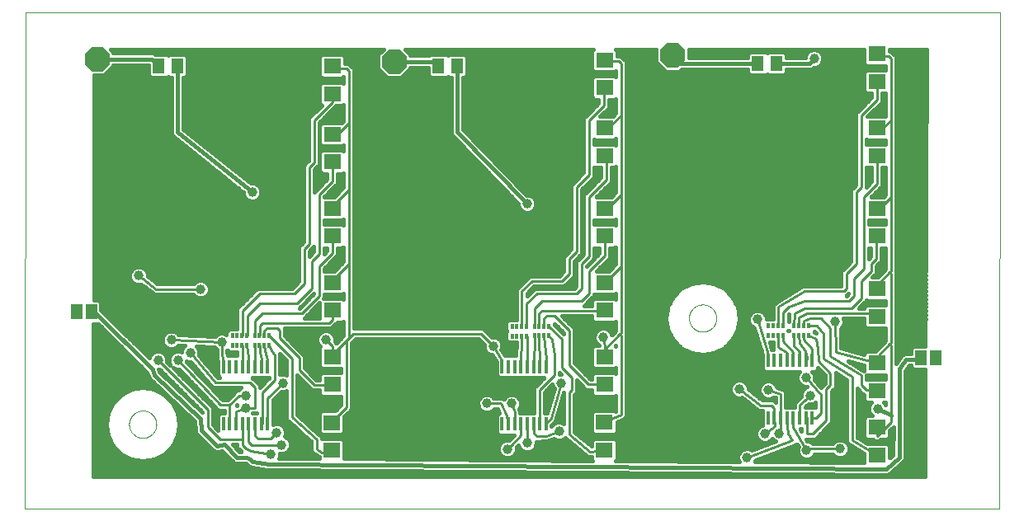
<source format=gtl>
G75*
%MOIN*%
%OFA0B0*%
%FSLAX25Y25*%
%IPPOS*%
%LPD*%
%AMOC8*
5,1,8,0,0,1.08239X$1,22.5*
%
%ADD10C,0.00000*%
%ADD11R,0.07098X0.06299*%
%ADD12OC8,0.10000*%
%ADD13R,0.04600X0.06300*%
%ADD14R,0.01181X0.05709*%
%ADD15R,0.01575X0.01969*%
%ADD16R,0.01181X0.01969*%
%ADD17R,0.05118X0.06299*%
%ADD18C,0.03962*%
%ADD19C,0.01000*%
%ADD20C,0.01600*%
D10*
X0001000Y0021728D02*
X0001400Y0222489D01*
X0395101Y0222489D01*
X0394701Y0021728D01*
X0001000Y0021728D01*
X0043288Y0055828D02*
X0043290Y0055976D01*
X0043296Y0056124D01*
X0043306Y0056272D01*
X0043320Y0056419D01*
X0043338Y0056566D01*
X0043359Y0056712D01*
X0043385Y0056858D01*
X0043415Y0057003D01*
X0043448Y0057147D01*
X0043486Y0057290D01*
X0043527Y0057432D01*
X0043572Y0057573D01*
X0043620Y0057713D01*
X0043673Y0057852D01*
X0043729Y0057989D01*
X0043789Y0058124D01*
X0043852Y0058258D01*
X0043919Y0058390D01*
X0043990Y0058520D01*
X0044064Y0058648D01*
X0044141Y0058774D01*
X0044222Y0058898D01*
X0044306Y0059020D01*
X0044393Y0059139D01*
X0044484Y0059256D01*
X0044578Y0059371D01*
X0044674Y0059483D01*
X0044774Y0059593D01*
X0044876Y0059699D01*
X0044982Y0059803D01*
X0045090Y0059904D01*
X0045201Y0060002D01*
X0045314Y0060098D01*
X0045430Y0060190D01*
X0045548Y0060279D01*
X0045669Y0060364D01*
X0045792Y0060447D01*
X0045917Y0060526D01*
X0046044Y0060602D01*
X0046173Y0060674D01*
X0046304Y0060743D01*
X0046437Y0060808D01*
X0046572Y0060869D01*
X0046708Y0060927D01*
X0046845Y0060982D01*
X0046984Y0061032D01*
X0047125Y0061079D01*
X0047266Y0061122D01*
X0047409Y0061162D01*
X0047553Y0061197D01*
X0047697Y0061229D01*
X0047843Y0061256D01*
X0047989Y0061280D01*
X0048136Y0061300D01*
X0048283Y0061316D01*
X0048430Y0061328D01*
X0048578Y0061336D01*
X0048726Y0061340D01*
X0048874Y0061340D01*
X0049022Y0061336D01*
X0049170Y0061328D01*
X0049317Y0061316D01*
X0049464Y0061300D01*
X0049611Y0061280D01*
X0049757Y0061256D01*
X0049903Y0061229D01*
X0050047Y0061197D01*
X0050191Y0061162D01*
X0050334Y0061122D01*
X0050475Y0061079D01*
X0050616Y0061032D01*
X0050755Y0060982D01*
X0050892Y0060927D01*
X0051028Y0060869D01*
X0051163Y0060808D01*
X0051296Y0060743D01*
X0051427Y0060674D01*
X0051556Y0060602D01*
X0051683Y0060526D01*
X0051808Y0060447D01*
X0051931Y0060364D01*
X0052052Y0060279D01*
X0052170Y0060190D01*
X0052286Y0060098D01*
X0052399Y0060002D01*
X0052510Y0059904D01*
X0052618Y0059803D01*
X0052724Y0059699D01*
X0052826Y0059593D01*
X0052926Y0059483D01*
X0053022Y0059371D01*
X0053116Y0059256D01*
X0053207Y0059139D01*
X0053294Y0059020D01*
X0053378Y0058898D01*
X0053459Y0058774D01*
X0053536Y0058648D01*
X0053610Y0058520D01*
X0053681Y0058390D01*
X0053748Y0058258D01*
X0053811Y0058124D01*
X0053871Y0057989D01*
X0053927Y0057852D01*
X0053980Y0057713D01*
X0054028Y0057573D01*
X0054073Y0057432D01*
X0054114Y0057290D01*
X0054152Y0057147D01*
X0054185Y0057003D01*
X0054215Y0056858D01*
X0054241Y0056712D01*
X0054262Y0056566D01*
X0054280Y0056419D01*
X0054294Y0056272D01*
X0054304Y0056124D01*
X0054310Y0055976D01*
X0054312Y0055828D01*
X0054310Y0055680D01*
X0054304Y0055532D01*
X0054294Y0055384D01*
X0054280Y0055237D01*
X0054262Y0055090D01*
X0054241Y0054944D01*
X0054215Y0054798D01*
X0054185Y0054653D01*
X0054152Y0054509D01*
X0054114Y0054366D01*
X0054073Y0054224D01*
X0054028Y0054083D01*
X0053980Y0053943D01*
X0053927Y0053804D01*
X0053871Y0053667D01*
X0053811Y0053532D01*
X0053748Y0053398D01*
X0053681Y0053266D01*
X0053610Y0053136D01*
X0053536Y0053008D01*
X0053459Y0052882D01*
X0053378Y0052758D01*
X0053294Y0052636D01*
X0053207Y0052517D01*
X0053116Y0052400D01*
X0053022Y0052285D01*
X0052926Y0052173D01*
X0052826Y0052063D01*
X0052724Y0051957D01*
X0052618Y0051853D01*
X0052510Y0051752D01*
X0052399Y0051654D01*
X0052286Y0051558D01*
X0052170Y0051466D01*
X0052052Y0051377D01*
X0051931Y0051292D01*
X0051808Y0051209D01*
X0051683Y0051130D01*
X0051556Y0051054D01*
X0051427Y0050982D01*
X0051296Y0050913D01*
X0051163Y0050848D01*
X0051028Y0050787D01*
X0050892Y0050729D01*
X0050755Y0050674D01*
X0050616Y0050624D01*
X0050475Y0050577D01*
X0050334Y0050534D01*
X0050191Y0050494D01*
X0050047Y0050459D01*
X0049903Y0050427D01*
X0049757Y0050400D01*
X0049611Y0050376D01*
X0049464Y0050356D01*
X0049317Y0050340D01*
X0049170Y0050328D01*
X0049022Y0050320D01*
X0048874Y0050316D01*
X0048726Y0050316D01*
X0048578Y0050320D01*
X0048430Y0050328D01*
X0048283Y0050340D01*
X0048136Y0050356D01*
X0047989Y0050376D01*
X0047843Y0050400D01*
X0047697Y0050427D01*
X0047553Y0050459D01*
X0047409Y0050494D01*
X0047266Y0050534D01*
X0047125Y0050577D01*
X0046984Y0050624D01*
X0046845Y0050674D01*
X0046708Y0050729D01*
X0046572Y0050787D01*
X0046437Y0050848D01*
X0046304Y0050913D01*
X0046173Y0050982D01*
X0046044Y0051054D01*
X0045917Y0051130D01*
X0045792Y0051209D01*
X0045669Y0051292D01*
X0045548Y0051377D01*
X0045430Y0051466D01*
X0045314Y0051558D01*
X0045201Y0051654D01*
X0045090Y0051752D01*
X0044982Y0051853D01*
X0044876Y0051957D01*
X0044774Y0052063D01*
X0044674Y0052173D01*
X0044578Y0052285D01*
X0044484Y0052400D01*
X0044393Y0052517D01*
X0044306Y0052636D01*
X0044222Y0052758D01*
X0044141Y0052882D01*
X0044064Y0053008D01*
X0043990Y0053136D01*
X0043919Y0053266D01*
X0043852Y0053398D01*
X0043789Y0053532D01*
X0043729Y0053667D01*
X0043673Y0053804D01*
X0043620Y0053943D01*
X0043572Y0054083D01*
X0043527Y0054224D01*
X0043486Y0054366D01*
X0043448Y0054509D01*
X0043415Y0054653D01*
X0043385Y0054798D01*
X0043359Y0054944D01*
X0043338Y0055090D01*
X0043320Y0055237D01*
X0043306Y0055384D01*
X0043296Y0055532D01*
X0043290Y0055680D01*
X0043288Y0055828D01*
X0269488Y0098728D02*
X0269490Y0098876D01*
X0269496Y0099024D01*
X0269506Y0099172D01*
X0269520Y0099319D01*
X0269538Y0099466D01*
X0269559Y0099612D01*
X0269585Y0099758D01*
X0269615Y0099903D01*
X0269648Y0100047D01*
X0269686Y0100190D01*
X0269727Y0100332D01*
X0269772Y0100473D01*
X0269820Y0100613D01*
X0269873Y0100752D01*
X0269929Y0100889D01*
X0269989Y0101024D01*
X0270052Y0101158D01*
X0270119Y0101290D01*
X0270190Y0101420D01*
X0270264Y0101548D01*
X0270341Y0101674D01*
X0270422Y0101798D01*
X0270506Y0101920D01*
X0270593Y0102039D01*
X0270684Y0102156D01*
X0270778Y0102271D01*
X0270874Y0102383D01*
X0270974Y0102493D01*
X0271076Y0102599D01*
X0271182Y0102703D01*
X0271290Y0102804D01*
X0271401Y0102902D01*
X0271514Y0102998D01*
X0271630Y0103090D01*
X0271748Y0103179D01*
X0271869Y0103264D01*
X0271992Y0103347D01*
X0272117Y0103426D01*
X0272244Y0103502D01*
X0272373Y0103574D01*
X0272504Y0103643D01*
X0272637Y0103708D01*
X0272772Y0103769D01*
X0272908Y0103827D01*
X0273045Y0103882D01*
X0273184Y0103932D01*
X0273325Y0103979D01*
X0273466Y0104022D01*
X0273609Y0104062D01*
X0273753Y0104097D01*
X0273897Y0104129D01*
X0274043Y0104156D01*
X0274189Y0104180D01*
X0274336Y0104200D01*
X0274483Y0104216D01*
X0274630Y0104228D01*
X0274778Y0104236D01*
X0274926Y0104240D01*
X0275074Y0104240D01*
X0275222Y0104236D01*
X0275370Y0104228D01*
X0275517Y0104216D01*
X0275664Y0104200D01*
X0275811Y0104180D01*
X0275957Y0104156D01*
X0276103Y0104129D01*
X0276247Y0104097D01*
X0276391Y0104062D01*
X0276534Y0104022D01*
X0276675Y0103979D01*
X0276816Y0103932D01*
X0276955Y0103882D01*
X0277092Y0103827D01*
X0277228Y0103769D01*
X0277363Y0103708D01*
X0277496Y0103643D01*
X0277627Y0103574D01*
X0277756Y0103502D01*
X0277883Y0103426D01*
X0278008Y0103347D01*
X0278131Y0103264D01*
X0278252Y0103179D01*
X0278370Y0103090D01*
X0278486Y0102998D01*
X0278599Y0102902D01*
X0278710Y0102804D01*
X0278818Y0102703D01*
X0278924Y0102599D01*
X0279026Y0102493D01*
X0279126Y0102383D01*
X0279222Y0102271D01*
X0279316Y0102156D01*
X0279407Y0102039D01*
X0279494Y0101920D01*
X0279578Y0101798D01*
X0279659Y0101674D01*
X0279736Y0101548D01*
X0279810Y0101420D01*
X0279881Y0101290D01*
X0279948Y0101158D01*
X0280011Y0101024D01*
X0280071Y0100889D01*
X0280127Y0100752D01*
X0280180Y0100613D01*
X0280228Y0100473D01*
X0280273Y0100332D01*
X0280314Y0100190D01*
X0280352Y0100047D01*
X0280385Y0099903D01*
X0280415Y0099758D01*
X0280441Y0099612D01*
X0280462Y0099466D01*
X0280480Y0099319D01*
X0280494Y0099172D01*
X0280504Y0099024D01*
X0280510Y0098876D01*
X0280512Y0098728D01*
X0280510Y0098580D01*
X0280504Y0098432D01*
X0280494Y0098284D01*
X0280480Y0098137D01*
X0280462Y0097990D01*
X0280441Y0097844D01*
X0280415Y0097698D01*
X0280385Y0097553D01*
X0280352Y0097409D01*
X0280314Y0097266D01*
X0280273Y0097124D01*
X0280228Y0096983D01*
X0280180Y0096843D01*
X0280127Y0096704D01*
X0280071Y0096567D01*
X0280011Y0096432D01*
X0279948Y0096298D01*
X0279881Y0096166D01*
X0279810Y0096036D01*
X0279736Y0095908D01*
X0279659Y0095782D01*
X0279578Y0095658D01*
X0279494Y0095536D01*
X0279407Y0095417D01*
X0279316Y0095300D01*
X0279222Y0095185D01*
X0279126Y0095073D01*
X0279026Y0094963D01*
X0278924Y0094857D01*
X0278818Y0094753D01*
X0278710Y0094652D01*
X0278599Y0094554D01*
X0278486Y0094458D01*
X0278370Y0094366D01*
X0278252Y0094277D01*
X0278131Y0094192D01*
X0278008Y0094109D01*
X0277883Y0094030D01*
X0277756Y0093954D01*
X0277627Y0093882D01*
X0277496Y0093813D01*
X0277363Y0093748D01*
X0277228Y0093687D01*
X0277092Y0093629D01*
X0276955Y0093574D01*
X0276816Y0093524D01*
X0276675Y0093477D01*
X0276534Y0093434D01*
X0276391Y0093394D01*
X0276247Y0093359D01*
X0276103Y0093327D01*
X0275957Y0093300D01*
X0275811Y0093276D01*
X0275664Y0093256D01*
X0275517Y0093240D01*
X0275370Y0093228D01*
X0275222Y0093220D01*
X0275074Y0093216D01*
X0274926Y0093216D01*
X0274778Y0093220D01*
X0274630Y0093228D01*
X0274483Y0093240D01*
X0274336Y0093256D01*
X0274189Y0093276D01*
X0274043Y0093300D01*
X0273897Y0093327D01*
X0273753Y0093359D01*
X0273609Y0093394D01*
X0273466Y0093434D01*
X0273325Y0093477D01*
X0273184Y0093524D01*
X0273045Y0093574D01*
X0272908Y0093629D01*
X0272772Y0093687D01*
X0272637Y0093748D01*
X0272504Y0093813D01*
X0272373Y0093882D01*
X0272244Y0093954D01*
X0272117Y0094030D01*
X0271992Y0094109D01*
X0271869Y0094192D01*
X0271748Y0094277D01*
X0271630Y0094366D01*
X0271514Y0094458D01*
X0271401Y0094554D01*
X0271290Y0094652D01*
X0271182Y0094753D01*
X0271076Y0094857D01*
X0270974Y0094963D01*
X0270874Y0095073D01*
X0270778Y0095185D01*
X0270684Y0095300D01*
X0270593Y0095417D01*
X0270506Y0095536D01*
X0270422Y0095658D01*
X0270341Y0095782D01*
X0270264Y0095908D01*
X0270190Y0096036D01*
X0270119Y0096166D01*
X0270052Y0096298D01*
X0269989Y0096432D01*
X0269929Y0096567D01*
X0269873Y0096704D01*
X0269820Y0096843D01*
X0269772Y0096983D01*
X0269727Y0097124D01*
X0269686Y0097266D01*
X0269648Y0097409D01*
X0269615Y0097553D01*
X0269585Y0097698D01*
X0269559Y0097844D01*
X0269538Y0097990D01*
X0269520Y0098137D01*
X0269506Y0098284D01*
X0269496Y0098432D01*
X0269490Y0098580D01*
X0269488Y0098728D01*
D11*
X0235331Y0101917D03*
X0235331Y0113114D03*
X0235331Y0131917D03*
X0235331Y0143114D03*
X0235331Y0164417D03*
X0235331Y0175614D03*
X0235331Y0191917D03*
X0235331Y0203114D03*
X0345331Y0205614D03*
X0345331Y0194417D03*
X0345331Y0175614D03*
X0345331Y0164417D03*
X0345331Y0143114D03*
X0345331Y0131917D03*
X0345331Y0110614D03*
X0345331Y0099417D03*
X0345331Y0080614D03*
X0345331Y0069417D03*
X0345431Y0054614D03*
X0345431Y0043417D03*
X0235231Y0045367D03*
X0235231Y0056564D03*
X0235331Y0071917D03*
X0235331Y0083114D03*
X0125331Y0083114D03*
X0125331Y0071917D03*
X0125131Y0056514D03*
X0125131Y0045317D03*
X0125331Y0101917D03*
X0125331Y0113114D03*
X0125331Y0131917D03*
X0125331Y0143114D03*
X0125331Y0161917D03*
X0125331Y0173114D03*
X0125331Y0189417D03*
X0125331Y0200614D03*
D12*
X0150331Y0202516D03*
X0262831Y0205016D03*
X0030331Y0203516D03*
D13*
X0028000Y0101228D03*
X0022000Y0101228D03*
X0363050Y0082728D03*
X0369050Y0082728D03*
D14*
X0319287Y0081630D03*
X0316728Y0081630D03*
X0314169Y0081630D03*
X0311610Y0081630D03*
X0309051Y0081630D03*
X0306492Y0081630D03*
X0303933Y0081630D03*
X0301374Y0081630D03*
X0301374Y0058402D03*
X0303933Y0058402D03*
X0306492Y0058402D03*
X0309051Y0058402D03*
X0311610Y0058402D03*
X0314169Y0058402D03*
X0316728Y0058402D03*
X0319287Y0058402D03*
X0211787Y0055902D03*
X0209228Y0055902D03*
X0206669Y0055902D03*
X0204110Y0055902D03*
X0201551Y0055902D03*
X0198992Y0055902D03*
X0196433Y0055902D03*
X0193874Y0055902D03*
X0193874Y0079130D03*
X0196433Y0079130D03*
X0198992Y0079130D03*
X0201551Y0079130D03*
X0204110Y0079130D03*
X0206669Y0079130D03*
X0209228Y0079130D03*
X0211787Y0079130D03*
X0099287Y0079130D03*
X0096728Y0079130D03*
X0094169Y0079130D03*
X0091610Y0079130D03*
X0089051Y0079130D03*
X0086492Y0079130D03*
X0083933Y0079130D03*
X0081374Y0079130D03*
X0081374Y0055902D03*
X0083933Y0055902D03*
X0086492Y0055902D03*
X0089051Y0055902D03*
X0091610Y0055902D03*
X0094169Y0055902D03*
X0096728Y0055902D03*
X0099287Y0055902D03*
D15*
X0099906Y0087634D03*
X0099906Y0091571D03*
X0094000Y0091571D03*
X0090906Y0091634D03*
X0090906Y0087697D03*
X0094000Y0087634D03*
X0085000Y0087697D03*
X0085000Y0091634D03*
X0198000Y0091508D03*
X0198000Y0095445D03*
X0203906Y0095445D03*
X0207000Y0095508D03*
X0212906Y0095508D03*
X0212906Y0091571D03*
X0207000Y0091571D03*
X0203906Y0091508D03*
X0301644Y0091760D03*
X0307550Y0091760D03*
X0311944Y0091760D03*
X0311944Y0095697D03*
X0307550Y0095697D03*
X0301644Y0095697D03*
X0317850Y0095697D03*
X0317850Y0091760D03*
D16*
X0315881Y0091760D03*
X0313913Y0091760D03*
X0313913Y0095697D03*
X0315881Y0095697D03*
X0305581Y0095697D03*
X0303613Y0095697D03*
X0303613Y0091760D03*
X0305581Y0091760D03*
X0210937Y0091571D03*
X0208969Y0091571D03*
X0208969Y0095508D03*
X0210937Y0095508D03*
X0201937Y0095445D03*
X0199969Y0095445D03*
X0199969Y0091508D03*
X0201937Y0091508D03*
X0097937Y0091571D03*
X0095969Y0091571D03*
X0095969Y0087634D03*
X0097937Y0087634D03*
X0088937Y0087697D03*
X0086969Y0087697D03*
X0086969Y0091634D03*
X0088937Y0091634D03*
D17*
X0062740Y0200728D03*
X0055260Y0200728D03*
X0168260Y0200728D03*
X0175740Y0200728D03*
X0297260Y0201728D03*
X0304740Y0201728D03*
D18*
X0320000Y0203728D03*
X0204050Y0144928D03*
X0234831Y0091016D03*
X0217831Y0072516D03*
X0197831Y0064235D03*
X0187831Y0064235D03*
X0204131Y0048216D03*
X0196081Y0045866D03*
X0217000Y0053009D03*
X0190331Y0087516D03*
X0122831Y0090016D03*
X0105331Y0072516D03*
X0090331Y0067516D03*
X0090331Y0062516D03*
X0102831Y0052516D03*
X0104831Y0047516D03*
X0100631Y0043766D03*
X0063000Y0081728D03*
X0068000Y0084728D03*
X0060337Y0089916D03*
X0055000Y0081728D03*
X0080831Y0089016D03*
X0072150Y0110478D03*
X0047200Y0115878D03*
X0093000Y0149728D03*
X0289831Y0070016D03*
X0301531Y0069785D03*
X0316681Y0074716D03*
X0318400Y0067528D03*
X0305850Y0052178D03*
X0300100Y0052028D03*
X0292850Y0042328D03*
X0316950Y0045328D03*
X0330400Y0045878D03*
X0345650Y0062128D03*
X0328531Y0097316D03*
X0297131Y0098216D03*
D19*
X0301374Y0083972D01*
X0301374Y0081630D01*
X0305500Y0087161D02*
X0305550Y0091760D01*
X0305581Y0091760D01*
X0307550Y0091760D02*
X0307600Y0089270D01*
X0311410Y0085010D01*
X0311610Y0081630D01*
X0309051Y0081630D02*
X0309051Y0084710D01*
X0305500Y0087161D01*
X0311794Y0087785D02*
X0314069Y0085110D01*
X0314169Y0081630D01*
X0316728Y0081630D02*
X0317000Y0081902D01*
X0317000Y0082728D01*
X0316613Y0085316D01*
X0314013Y0088716D01*
X0313913Y0091760D01*
X0315881Y0091760D02*
X0315931Y0089997D01*
X0318981Y0086497D01*
X0319000Y0082728D01*
X0319000Y0081917D01*
X0319287Y0081630D01*
X0321800Y0081328D02*
X0326600Y0076528D01*
X0326600Y0071628D01*
X0324950Y0069978D01*
X0324950Y0057428D01*
X0319450Y0051928D01*
X0317000Y0051928D01*
X0317000Y0058673D01*
X0316728Y0058402D01*
X0316728Y0056118D01*
X0314169Y0058402D02*
X0314000Y0058232D01*
X0314100Y0062028D01*
X0314250Y0063628D01*
X0318400Y0067528D01*
X0322700Y0067535D02*
X0322817Y0067652D01*
X0316681Y0074716D01*
X0321800Y0081328D02*
X0321500Y0086528D01*
X0320969Y0090310D01*
X0317850Y0091760D01*
X0321131Y0095547D02*
X0323850Y0092228D01*
X0323800Y0082346D01*
X0335331Y0075016D01*
X0335331Y0049417D01*
X0345431Y0043417D01*
X0345331Y0051059D02*
X0345431Y0054614D01*
X0345331Y0051059D02*
X0351000Y0056728D01*
X0351000Y0059478D01*
X0351000Y0087728D01*
X0350500Y0088228D01*
X0346000Y0083728D01*
X0345081Y0080578D01*
X0345331Y0080614D01*
X0345081Y0080578D02*
X0328681Y0084966D01*
X0328531Y0097316D01*
X0326350Y0094578D02*
X0322650Y0098578D01*
X0318400Y0098728D01*
X0315931Y0097859D01*
X0315881Y0095697D01*
X0313913Y0095697D02*
X0313863Y0099141D01*
X0317000Y0100728D01*
X0344020Y0100728D01*
X0345331Y0099417D01*
X0339000Y0106728D02*
X0339000Y0113728D01*
X0343000Y0117728D01*
X0343000Y0120728D01*
X0345000Y0122728D01*
X0345000Y0131587D01*
X0345331Y0131917D01*
X0345331Y0143114D02*
X0346386Y0143114D01*
X0351000Y0147728D01*
X0351000Y0117728D01*
X0350500Y0117228D01*
X0351000Y0116728D01*
X0351000Y0088728D01*
X0350500Y0088228D01*
X0339000Y0075728D02*
X0339000Y0071728D01*
X0341000Y0069728D01*
X0345020Y0069728D01*
X0345331Y0069417D01*
X0339000Y0075728D02*
X0326350Y0083478D01*
X0326350Y0094578D01*
X0321131Y0095547D02*
X0317850Y0095697D01*
X0311944Y0095697D02*
X0312044Y0100572D01*
X0316000Y0102728D01*
X0335000Y0102728D01*
X0339000Y0106728D01*
X0336000Y0107728D02*
X0334000Y0105728D01*
X0316000Y0105728D01*
X0309700Y0103478D01*
X0307550Y0100897D01*
X0307550Y0095697D01*
X0305581Y0095697D02*
X0305631Y0103209D01*
X0316000Y0109728D01*
X0332000Y0109728D01*
X0333000Y0110728D01*
X0333000Y0116728D01*
X0337000Y0120728D01*
X0337000Y0149728D01*
X0339000Y0151728D01*
X0339000Y0180728D01*
X0345331Y0187059D01*
X0345331Y0194417D01*
X0351000Y0203728D02*
X0351000Y0178728D01*
X0351000Y0147728D01*
X0345331Y0153059D02*
X0340000Y0147728D01*
X0340000Y0118728D01*
X0336000Y0114728D01*
X0336000Y0107728D01*
X0345331Y0110614D02*
X0345331Y0112059D01*
X0350500Y0117228D01*
X0311944Y0091760D02*
X0311794Y0087785D01*
X0306492Y0068073D02*
X0301531Y0069785D01*
X0306492Y0068073D02*
X0306492Y0058402D01*
X0306500Y0058394D01*
X0306450Y0056328D01*
X0306500Y0055978D01*
X0306400Y0054128D01*
X0306050Y0052628D01*
X0305850Y0052178D01*
X0304233Y0055161D02*
X0300100Y0052028D01*
X0304233Y0055161D02*
X0303933Y0058402D01*
X0303933Y0062351D01*
X0302831Y0063454D01*
X0298393Y0063454D01*
X0289831Y0070016D01*
X0309051Y0058402D02*
X0309151Y0055080D01*
X0309500Y0052128D01*
X0311300Y0049228D01*
X0292850Y0042328D01*
X0311610Y0054589D02*
X0311610Y0058402D01*
X0311610Y0054589D02*
X0316950Y0045328D01*
X0317500Y0045878D01*
X0330400Y0045878D01*
X0320773Y0058402D02*
X0322100Y0059728D01*
X0322100Y0059778D01*
X0322700Y0060378D01*
X0322700Y0067535D01*
X0320773Y0058402D02*
X0319287Y0058402D01*
X0242000Y0059728D02*
X0235636Y0056964D01*
X0235231Y0056564D01*
X0242000Y0059728D02*
X0242000Y0091728D01*
X0241500Y0092228D01*
X0235331Y0086059D01*
X0235331Y0083114D01*
X0235331Y0087516D01*
X0234831Y0091016D01*
X0241500Y0092228D02*
X0242000Y0092728D01*
X0242000Y0119728D01*
X0235386Y0113114D01*
X0235331Y0113114D01*
X0229000Y0108728D02*
X0229000Y0117728D01*
X0235331Y0124059D01*
X0235331Y0131917D01*
X0224000Y0125728D02*
X0221000Y0122728D01*
X0221000Y0116728D01*
X0218000Y0113728D01*
X0206000Y0113728D01*
X0201937Y0109665D01*
X0201937Y0095445D01*
X0203906Y0095445D02*
X0203906Y0104634D01*
X0208000Y0108728D01*
X0224000Y0108728D01*
X0226000Y0110728D01*
X0226000Y0120728D01*
X0229000Y0123728D01*
X0229000Y0147728D01*
X0236000Y0154728D01*
X0236000Y0163748D01*
X0235331Y0164417D01*
X0229000Y0156728D02*
X0224000Y0151728D01*
X0224000Y0125728D01*
X0242000Y0119728D02*
X0242000Y0148728D01*
X0236386Y0143114D01*
X0235331Y0143114D01*
X0242000Y0148728D02*
X0242000Y0180728D01*
X0236886Y0175614D01*
X0235331Y0175614D01*
X0229000Y0178728D02*
X0229000Y0156728D01*
X0229000Y0178728D02*
X0235000Y0184728D01*
X0235000Y0191587D01*
X0235331Y0191917D01*
X0242000Y0201728D02*
X0242000Y0180728D01*
X0242000Y0201728D02*
X0241000Y0202728D01*
X0235717Y0202728D01*
X0235331Y0203114D01*
X0132000Y0198728D02*
X0132000Y0177728D01*
X0132000Y0150728D01*
X0132000Y0120728D01*
X0132000Y0090728D01*
X0131000Y0089728D01*
X0131000Y0062728D01*
X0125331Y0057059D01*
X0125131Y0056514D01*
X0119000Y0049728D02*
X0119000Y0045728D01*
X0121311Y0044417D01*
X0125131Y0045317D01*
X0119000Y0049728D02*
X0109000Y0058728D01*
X0109000Y0082476D01*
X0099906Y0091571D01*
X0097937Y0091571D02*
X0097937Y0093665D01*
X0097937Y0093212D01*
X0097937Y0093665D02*
X0099000Y0094728D01*
X0103000Y0094728D01*
X0104000Y0093728D01*
X0104000Y0090728D01*
X0112000Y0082728D01*
X0112000Y0077728D01*
X0118000Y0071728D01*
X0125142Y0071728D01*
X0125331Y0071917D01*
X0125331Y0083114D02*
X0125331Y0084059D01*
X0131000Y0089728D01*
X0132000Y0090728D02*
X0133787Y0092516D01*
X0185331Y0092516D01*
X0190331Y0087516D01*
X0193717Y0081630D01*
X0193874Y0079130D01*
X0201537Y0079516D02*
X0201551Y0079130D01*
X0201537Y0079516D02*
X0201937Y0091508D01*
X0203906Y0091508D02*
X0204110Y0091303D01*
X0204110Y0079130D01*
X0206669Y0079130D02*
X0206650Y0079461D01*
X0207000Y0091571D01*
X0208969Y0091571D02*
X0209219Y0079390D01*
X0209228Y0079130D01*
X0211719Y0079698D02*
X0211719Y0082423D01*
X0211150Y0088242D01*
X0210850Y0091428D01*
X0210887Y0091341D01*
X0210937Y0091571D01*
X0212906Y0091571D02*
X0214206Y0090073D01*
X0215000Y0083728D01*
X0215000Y0075728D01*
X0209000Y0069728D01*
X0209000Y0056130D01*
X0209228Y0055902D01*
X0206669Y0055902D02*
X0206750Y0052171D01*
X0208250Y0050928D01*
X0211719Y0051009D01*
X0217000Y0053009D01*
X0221000Y0051728D02*
X0229361Y0044817D01*
X0235231Y0045367D01*
X0221000Y0051728D02*
X0221000Y0068728D01*
X0222000Y0069728D01*
X0222000Y0074728D01*
X0218000Y0078728D01*
X0218000Y0090413D01*
X0212906Y0095508D01*
X0210937Y0095508D02*
X0210937Y0098665D01*
X0212000Y0099728D01*
X0215000Y0099728D01*
X0221000Y0093728D01*
X0221000Y0079728D01*
X0228811Y0071917D01*
X0235331Y0071917D01*
X0217831Y0072516D02*
X0213717Y0058402D01*
X0211787Y0055902D01*
X0204110Y0055902D02*
X0204110Y0048795D01*
X0204131Y0048216D01*
X0201551Y0051236D02*
X0197831Y0047516D01*
X0196081Y0045866D01*
X0201551Y0051236D02*
X0201551Y0055902D01*
X0198992Y0055902D02*
X0198992Y0060573D01*
X0197831Y0064235D01*
X0193324Y0064235D02*
X0195765Y0059294D01*
X0195765Y0059070D01*
X0196433Y0055902D01*
X0193324Y0064235D02*
X0187831Y0064235D01*
X0211787Y0079130D02*
X0211719Y0079698D01*
X0208969Y0095508D02*
X0208969Y0100697D01*
X0210000Y0101728D01*
X0235142Y0101728D01*
X0235331Y0101917D01*
X0229000Y0108728D02*
X0226000Y0105728D01*
X0210000Y0105728D01*
X0207000Y0102728D01*
X0207000Y0095508D01*
X0132000Y0120728D02*
X0125331Y0114059D01*
X0125331Y0113114D01*
X0120000Y0107728D02*
X0120000Y0119728D01*
X0125331Y0125059D01*
X0125331Y0131917D01*
X0116000Y0128728D02*
X0116000Y0159728D01*
X0118000Y0161728D01*
X0118000Y0178728D01*
X0125331Y0186059D01*
X0125331Y0189417D01*
X0132000Y0198728D02*
X0131000Y0199728D01*
X0126217Y0199728D01*
X0125331Y0200614D01*
X0132000Y0177728D02*
X0127386Y0173114D01*
X0125331Y0173114D01*
X0125331Y0161917D02*
X0125331Y0154059D01*
X0120000Y0148728D01*
X0120000Y0124728D01*
X0117000Y0121728D01*
X0117000Y0110728D01*
X0111000Y0104728D01*
X0096000Y0104728D01*
X0091000Y0099728D01*
X0091000Y0091728D01*
X0090906Y0091634D01*
X0089000Y0091697D02*
X0089000Y0101728D01*
X0096000Y0108728D01*
X0110000Y0108728D01*
X0114000Y0112728D01*
X0114000Y0126728D01*
X0116000Y0128728D01*
X0125331Y0143114D02*
X0125331Y0144059D01*
X0132000Y0150728D01*
X0072150Y0110478D02*
X0054150Y0110478D01*
X0047200Y0115878D01*
X0060337Y0089916D02*
X0080831Y0089016D01*
X0080831Y0084673D01*
X0081374Y0079130D01*
X0089051Y0079130D02*
X0089051Y0087583D01*
X0088937Y0087697D01*
X0090906Y0087697D02*
X0091610Y0082992D01*
X0091610Y0079130D01*
X0094169Y0079130D02*
X0094169Y0084020D01*
X0094078Y0086111D01*
X0094078Y0087556D01*
X0094000Y0087634D01*
X0095969Y0087634D02*
X0096000Y0087602D01*
X0096050Y0085028D01*
X0096678Y0082000D01*
X0096728Y0079130D01*
X0099287Y0079130D02*
X0099237Y0081891D01*
X0098800Y0083078D01*
X0098050Y0085871D01*
X0097937Y0087634D01*
X0099906Y0087634D02*
X0100906Y0085823D01*
X0102000Y0083728D01*
X0102000Y0073728D01*
X0097000Y0068728D01*
X0097000Y0056173D01*
X0096728Y0055902D01*
X0094169Y0055902D02*
X0094169Y0051177D01*
X0095331Y0050016D01*
X0100331Y0050016D01*
X0102831Y0052516D01*
X0099287Y0055902D02*
X0099287Y0066472D01*
X0105331Y0072516D01*
X0094000Y0070728D02*
X0092000Y0072728D01*
X0078000Y0072728D01*
X0068000Y0084728D01*
X0063000Y0081728D02*
X0080110Y0063618D01*
X0083933Y0063618D01*
X0087831Y0067516D01*
X0090331Y0067516D01*
X0083933Y0063618D02*
X0083933Y0055902D01*
X0086492Y0055902D02*
X0086492Y0061177D01*
X0090331Y0062516D01*
X0094000Y0062516D01*
X0094000Y0070728D01*
X0075000Y0061728D02*
X0055000Y0081728D01*
X0075000Y0061728D02*
X0075000Y0054728D01*
X0080000Y0049728D01*
X0089051Y0049728D01*
X0089051Y0047295D01*
X0090331Y0046016D01*
X0092331Y0045016D01*
X0100631Y0043766D01*
X0104831Y0047516D02*
X0092831Y0047516D01*
X0091610Y0048736D01*
X0091610Y0055902D01*
X0089051Y0055902D02*
X0089051Y0049728D01*
X0125331Y0083114D02*
X0125331Y0087516D01*
X0122831Y0090016D01*
X0124000Y0096728D02*
X0125331Y0098059D01*
X0125331Y0101917D01*
X0124000Y0096728D02*
X0097000Y0096728D01*
X0096000Y0095728D01*
X0096000Y0091602D01*
X0095969Y0091571D01*
X0094000Y0091571D02*
X0094000Y0097728D01*
X0097000Y0100728D01*
X0113000Y0100728D01*
X0120000Y0107728D01*
X0089000Y0091697D02*
X0088937Y0091634D01*
X0345331Y0153059D02*
X0345331Y0164417D01*
X0345331Y0175614D02*
X0347886Y0175614D01*
X0351000Y0178728D01*
X0351000Y0203728D02*
X0350000Y0204728D01*
X0346217Y0204728D01*
X0345331Y0205614D01*
D20*
X0350480Y0206828D02*
X0350480Y0207516D01*
X0365331Y0207516D01*
X0364948Y0087478D01*
X0360087Y0087478D01*
X0359150Y0086541D01*
X0359150Y0084428D01*
X0357482Y0084428D01*
X0357291Y0084474D01*
X0357009Y0084428D01*
X0356723Y0084428D01*
X0356542Y0084353D01*
X0356349Y0084323D01*
X0356105Y0084172D01*
X0355841Y0084063D01*
X0355702Y0083925D01*
X0355536Y0083822D01*
X0355368Y0083590D01*
X0355165Y0083388D01*
X0355091Y0083207D01*
X0353100Y0080457D01*
X0353100Y0088598D01*
X0353100Y0204598D01*
X0351870Y0205828D01*
X0350870Y0206828D01*
X0350480Y0206828D01*
X0350480Y0207156D02*
X0365330Y0207156D01*
X0365324Y0205557D02*
X0352141Y0205557D01*
X0353100Y0203959D02*
X0365319Y0203959D01*
X0365314Y0202360D02*
X0353100Y0202360D01*
X0353100Y0200762D02*
X0365309Y0200762D01*
X0365304Y0199163D02*
X0353100Y0199163D01*
X0353100Y0197565D02*
X0365299Y0197565D01*
X0365294Y0195966D02*
X0353100Y0195966D01*
X0353100Y0194368D02*
X0365289Y0194368D01*
X0365284Y0192769D02*
X0353100Y0192769D01*
X0353100Y0191171D02*
X0365279Y0191171D01*
X0365274Y0189572D02*
X0353100Y0189572D01*
X0353100Y0187974D02*
X0365268Y0187974D01*
X0365263Y0186375D02*
X0353100Y0186375D01*
X0353100Y0184777D02*
X0365258Y0184777D01*
X0365253Y0183178D02*
X0353100Y0183178D01*
X0353100Y0181579D02*
X0365248Y0181579D01*
X0365243Y0179981D02*
X0353100Y0179981D01*
X0353100Y0178382D02*
X0365238Y0178382D01*
X0365233Y0176784D02*
X0353100Y0176784D01*
X0353100Y0175185D02*
X0365228Y0175185D01*
X0365223Y0173587D02*
X0353100Y0173587D01*
X0353100Y0171988D02*
X0365218Y0171988D01*
X0365212Y0170390D02*
X0353100Y0170390D01*
X0353100Y0168791D02*
X0365207Y0168791D01*
X0365202Y0167193D02*
X0353100Y0167193D01*
X0353100Y0165594D02*
X0365197Y0165594D01*
X0365192Y0163996D02*
X0353100Y0163996D01*
X0353100Y0162397D02*
X0365187Y0162397D01*
X0365182Y0160799D02*
X0353100Y0160799D01*
X0353100Y0159200D02*
X0365177Y0159200D01*
X0365172Y0157602D02*
X0353100Y0157602D01*
X0353100Y0156003D02*
X0365167Y0156003D01*
X0365162Y0154405D02*
X0353100Y0154405D01*
X0353100Y0152806D02*
X0365156Y0152806D01*
X0365151Y0151208D02*
X0353100Y0151208D01*
X0353100Y0149609D02*
X0365146Y0149609D01*
X0365141Y0148011D02*
X0353100Y0148011D01*
X0353100Y0146412D02*
X0365136Y0146412D01*
X0365131Y0144814D02*
X0353100Y0144814D01*
X0353100Y0143215D02*
X0365126Y0143215D01*
X0365121Y0141617D02*
X0353100Y0141617D01*
X0353100Y0140018D02*
X0365116Y0140018D01*
X0365111Y0138420D02*
X0353100Y0138420D01*
X0353100Y0136821D02*
X0365105Y0136821D01*
X0365100Y0135223D02*
X0353100Y0135223D01*
X0353100Y0133624D02*
X0365095Y0133624D01*
X0365090Y0132026D02*
X0353100Y0132026D01*
X0353100Y0130427D02*
X0365085Y0130427D01*
X0365080Y0128829D02*
X0353100Y0128829D01*
X0353100Y0127230D02*
X0365075Y0127230D01*
X0365070Y0125632D02*
X0353100Y0125632D01*
X0353100Y0124033D02*
X0365065Y0124033D01*
X0365060Y0122435D02*
X0353100Y0122435D01*
X0353100Y0120836D02*
X0365055Y0120836D01*
X0365049Y0119238D02*
X0353100Y0119238D01*
X0353100Y0117639D02*
X0365044Y0117639D01*
X0365039Y0116041D02*
X0353100Y0116041D01*
X0353100Y0114442D02*
X0365034Y0114442D01*
X0365029Y0112843D02*
X0353100Y0112843D01*
X0353100Y0111245D02*
X0365024Y0111245D01*
X0365019Y0109646D02*
X0353100Y0109646D01*
X0353100Y0108048D02*
X0365014Y0108048D01*
X0365009Y0106449D02*
X0353100Y0106449D01*
X0353100Y0104851D02*
X0365004Y0104851D01*
X0364999Y0103252D02*
X0353100Y0103252D01*
X0353100Y0101654D02*
X0364993Y0101654D01*
X0364988Y0100055D02*
X0353100Y0100055D01*
X0353100Y0098457D02*
X0364983Y0098457D01*
X0364978Y0096858D02*
X0353100Y0096858D01*
X0353100Y0095260D02*
X0364973Y0095260D01*
X0364968Y0093661D02*
X0353100Y0093661D01*
X0353100Y0092063D02*
X0364963Y0092063D01*
X0364958Y0090464D02*
X0353100Y0090464D01*
X0353100Y0088866D02*
X0364953Y0088866D01*
X0359876Y0087267D02*
X0353100Y0087267D01*
X0353100Y0085669D02*
X0359150Y0085669D01*
X0355858Y0084070D02*
X0353100Y0084070D01*
X0353100Y0082472D02*
X0354558Y0082472D01*
X0353402Y0080873D02*
X0353100Y0080873D01*
X0354450Y0078228D02*
X0354350Y0042425D01*
X0349193Y0037818D01*
X0099814Y0039768D01*
X0093154Y0040778D01*
X0092300Y0041778D01*
X0090850Y0042428D01*
X0086900Y0042428D01*
X0081700Y0047628D01*
X0078680Y0047178D01*
X0072450Y0053408D01*
X0072100Y0058078D01*
X0053481Y0075797D01*
X0052717Y0077947D01*
X0029636Y0101028D01*
X0028000Y0101228D01*
X0031900Y0102158D02*
X0031900Y0105041D01*
X0030963Y0105978D01*
X0029007Y0105978D01*
X0029297Y0196916D01*
X0033065Y0196916D01*
X0036931Y0200782D01*
X0036931Y0201116D01*
X0051101Y0201116D01*
X0051101Y0196916D01*
X0052038Y0195979D01*
X0058482Y0195979D01*
X0059000Y0196497D01*
X0059518Y0195979D01*
X0060340Y0195979D01*
X0060340Y0174330D01*
X0060302Y0174200D01*
X0060340Y0173857D01*
X0060340Y0173511D01*
X0060392Y0173386D01*
X0060407Y0173251D01*
X0060573Y0172948D01*
X0060706Y0172629D01*
X0060801Y0172533D01*
X0060866Y0172414D01*
X0061136Y0172198D01*
X0061381Y0171954D01*
X0061506Y0171902D01*
X0089419Y0149523D01*
X0089419Y0149016D01*
X0089964Y0147700D01*
X0090971Y0146692D01*
X0092288Y0146147D01*
X0093712Y0146147D01*
X0095029Y0146692D01*
X0096036Y0147700D01*
X0096581Y0149016D01*
X0096581Y0150441D01*
X0096036Y0151757D01*
X0095029Y0152764D01*
X0093712Y0153309D01*
X0092370Y0153309D01*
X0065140Y0175140D01*
X0065140Y0195979D01*
X0065962Y0195979D01*
X0066899Y0196916D01*
X0066899Y0204541D01*
X0065962Y0205478D01*
X0059518Y0205478D01*
X0059000Y0204960D01*
X0058482Y0205478D01*
X0053904Y0205478D01*
X0053832Y0205550D01*
X0052950Y0205916D01*
X0036931Y0205916D01*
X0036931Y0206250D01*
X0035664Y0207516D01*
X0145997Y0207516D01*
X0143731Y0205250D01*
X0143731Y0199782D01*
X0147597Y0195916D01*
X0153065Y0195916D01*
X0156931Y0199782D01*
X0156931Y0200116D01*
X0164101Y0200116D01*
X0164101Y0196916D01*
X0165038Y0195979D01*
X0171482Y0195979D01*
X0172000Y0196497D01*
X0172518Y0195979D01*
X0173340Y0195979D01*
X0173340Y0174004D01*
X0173334Y0173542D01*
X0173340Y0173527D01*
X0173340Y0173511D01*
X0173517Y0173085D01*
X0173688Y0172655D01*
X0173699Y0172644D01*
X0173706Y0172629D01*
X0174032Y0172303D01*
X0200469Y0145165D01*
X0200469Y0144216D01*
X0201014Y0142900D01*
X0202021Y0141892D01*
X0203338Y0141347D01*
X0204762Y0141347D01*
X0206079Y0141892D01*
X0207086Y0142900D01*
X0207631Y0144216D01*
X0207631Y0145641D01*
X0207086Y0146957D01*
X0206079Y0147964D01*
X0204762Y0148509D01*
X0203912Y0148509D01*
X0178140Y0174964D01*
X0178140Y0195979D01*
X0178962Y0195979D01*
X0179899Y0196916D01*
X0179899Y0204541D01*
X0178962Y0205478D01*
X0172518Y0205478D01*
X0172000Y0204960D01*
X0171482Y0205478D01*
X0165038Y0205478D01*
X0164476Y0204916D01*
X0156931Y0204916D01*
X0156931Y0205250D01*
X0154664Y0207516D01*
X0230771Y0207516D01*
X0230181Y0206927D01*
X0230181Y0199302D01*
X0231119Y0198365D01*
X0239543Y0198365D01*
X0239900Y0198722D01*
X0239900Y0196310D01*
X0239543Y0196667D01*
X0231119Y0196667D01*
X0230181Y0195730D01*
X0230181Y0188105D01*
X0231119Y0187168D01*
X0232900Y0187168D01*
X0232900Y0185598D01*
X0228130Y0180828D01*
X0226900Y0179598D01*
X0226900Y0157598D01*
X0223130Y0153828D01*
X0221900Y0152598D01*
X0221900Y0126598D01*
X0220130Y0124828D01*
X0218900Y0123598D01*
X0218900Y0117598D01*
X0217130Y0115828D01*
X0205130Y0115828D01*
X0201067Y0111765D01*
X0199837Y0110535D01*
X0199837Y0098029D01*
X0196550Y0098029D01*
X0195613Y0097092D01*
X0195613Y0093798D01*
X0195934Y0093476D01*
X0195613Y0093155D01*
X0195613Y0089861D01*
X0196550Y0088924D01*
X0199750Y0088924D01*
X0199572Y0083584D01*
X0197739Y0083584D01*
X0197713Y0083558D01*
X0197686Y0083584D01*
X0195180Y0083584D01*
X0195154Y0083558D01*
X0195127Y0083584D01*
X0195015Y0083584D01*
X0193598Y0086047D01*
X0193912Y0086803D01*
X0193912Y0088228D01*
X0193367Y0089544D01*
X0192359Y0090552D01*
X0191043Y0091097D01*
X0189719Y0091097D01*
X0187431Y0093386D01*
X0186201Y0094616D01*
X0134100Y0094616D01*
X0134100Y0199598D01*
X0132870Y0200828D01*
X0131870Y0201828D01*
X0130480Y0201828D01*
X0130480Y0204427D01*
X0129543Y0205364D01*
X0121119Y0205364D01*
X0120181Y0204427D01*
X0120181Y0196802D01*
X0121119Y0195865D01*
X0129543Y0195865D01*
X0129900Y0196222D01*
X0129900Y0193810D01*
X0129543Y0194167D01*
X0121119Y0194167D01*
X0120181Y0193230D01*
X0120181Y0185605D01*
X0121044Y0184742D01*
X0115900Y0179598D01*
X0115900Y0162598D01*
X0113900Y0160598D01*
X0113900Y0129598D01*
X0111900Y0127598D01*
X0111900Y0113598D01*
X0109130Y0110828D01*
X0095130Y0110828D01*
X0093900Y0109598D01*
X0086900Y0102598D01*
X0086900Y0094218D01*
X0083550Y0094218D01*
X0082613Y0093281D01*
X0082613Y0092154D01*
X0081543Y0092597D01*
X0080118Y0092597D01*
X0078802Y0092052D01*
X0077993Y0091242D01*
X0063399Y0091883D01*
X0063373Y0091944D01*
X0062366Y0092952D01*
X0061050Y0093497D01*
X0059625Y0093497D01*
X0058309Y0092952D01*
X0057301Y0091944D01*
X0056756Y0090628D01*
X0056756Y0089203D01*
X0057301Y0087887D01*
X0058309Y0086880D01*
X0059625Y0086335D01*
X0061050Y0086335D01*
X0062366Y0086880D01*
X0063175Y0087689D01*
X0065782Y0087575D01*
X0064964Y0086757D01*
X0064419Y0085441D01*
X0064419Y0085017D01*
X0063712Y0085309D01*
X0062288Y0085309D01*
X0060971Y0084764D01*
X0059964Y0083757D01*
X0059419Y0082441D01*
X0059419Y0081016D01*
X0059940Y0079758D01*
X0058581Y0081117D01*
X0058581Y0082441D01*
X0058036Y0083757D01*
X0057029Y0084764D01*
X0055712Y0085309D01*
X0054288Y0085309D01*
X0052971Y0084764D01*
X0051964Y0083757D01*
X0051477Y0082581D01*
X0031900Y0102158D01*
X0032404Y0101654D02*
X0086900Y0101654D01*
X0086900Y0100055D02*
X0034003Y0100055D01*
X0035601Y0098457D02*
X0086900Y0098457D01*
X0086900Y0096858D02*
X0037200Y0096858D01*
X0038798Y0095260D02*
X0086900Y0095260D01*
X0082993Y0093661D02*
X0040397Y0093661D01*
X0041995Y0092063D02*
X0057420Y0092063D01*
X0056756Y0090464D02*
X0043594Y0090464D01*
X0045192Y0088866D02*
X0056896Y0088866D01*
X0057921Y0087267D02*
X0046791Y0087267D01*
X0048389Y0085669D02*
X0064513Y0085669D01*
X0065475Y0087267D02*
X0062753Y0087267D01*
X0060278Y0084070D02*
X0057722Y0084070D01*
X0058568Y0082472D02*
X0059432Y0082472D01*
X0059478Y0080873D02*
X0058825Y0080873D01*
X0061030Y0078668D02*
X0062288Y0078147D01*
X0063494Y0078147D01*
X0078010Y0062783D01*
X0078010Y0062748D01*
X0078604Y0062154D01*
X0079181Y0061544D01*
X0079216Y0061543D01*
X0079240Y0061518D01*
X0080080Y0061518D01*
X0080920Y0061494D01*
X0080945Y0061518D01*
X0081833Y0061518D01*
X0081833Y0060356D01*
X0080121Y0060356D01*
X0079183Y0059419D01*
X0079183Y0053515D01*
X0077100Y0055598D01*
X0077100Y0062598D01*
X0061030Y0078668D01*
X0062022Y0077676D02*
X0063939Y0077676D01*
X0063620Y0076078D02*
X0065450Y0076078D01*
X0065219Y0074479D02*
X0066960Y0074479D01*
X0066817Y0072881D02*
X0068470Y0072881D01*
X0068416Y0071282D02*
X0069980Y0071282D01*
X0070014Y0069684D02*
X0071491Y0069684D01*
X0071613Y0068085D02*
X0073001Y0068085D01*
X0073212Y0066487D02*
X0074511Y0066487D01*
X0074810Y0064888D02*
X0076021Y0064888D01*
X0076409Y0063290D02*
X0077532Y0063290D01*
X0077100Y0061691D02*
X0079042Y0061691D01*
X0079857Y0060093D02*
X0077100Y0060093D01*
X0077100Y0058494D02*
X0079183Y0058494D01*
X0079183Y0056896D02*
X0077100Y0056896D01*
X0077401Y0055297D02*
X0079183Y0055297D01*
X0079183Y0053699D02*
X0079000Y0053699D01*
X0073561Y0048903D02*
X0061677Y0048903D01*
X0060863Y0047305D02*
X0075160Y0047305D01*
X0076758Y0045706D02*
X0059350Y0045706D01*
X0060773Y0047129D02*
X0057499Y0043855D01*
X0057499Y0043855D01*
X0053373Y0041753D01*
X0053373Y0041753D01*
X0048800Y0041028D01*
X0048800Y0041028D01*
X0044227Y0041753D01*
X0044227Y0041753D01*
X0040101Y0043855D01*
X0040101Y0043855D01*
X0036827Y0047129D01*
X0036827Y0047129D01*
X0034724Y0051255D01*
X0034724Y0051255D01*
X0034000Y0055828D01*
X0034000Y0055828D01*
X0034724Y0060402D01*
X0034724Y0060402D01*
X0036827Y0064528D01*
X0036827Y0064528D01*
X0040101Y0067802D01*
X0040101Y0067802D01*
X0044227Y0069904D01*
X0044227Y0069904D01*
X0048800Y0070628D01*
X0048800Y0070628D01*
X0053373Y0069904D01*
X0053373Y0069904D01*
X0057499Y0067802D01*
X0057499Y0067802D01*
X0060773Y0064528D01*
X0060773Y0064528D01*
X0062876Y0060402D01*
X0062876Y0060402D01*
X0063600Y0055828D01*
X0062876Y0051255D01*
X0060773Y0047129D01*
X0060773Y0047129D01*
X0062492Y0050502D02*
X0071963Y0050502D01*
X0070816Y0051648D02*
X0076774Y0045690D01*
X0076868Y0045534D01*
X0077109Y0045356D01*
X0077321Y0045144D01*
X0077489Y0045074D01*
X0077635Y0044966D01*
X0077926Y0044893D01*
X0078203Y0044778D01*
X0078385Y0044778D01*
X0078562Y0044734D01*
X0078858Y0044778D01*
X0079158Y0044778D01*
X0079326Y0044848D01*
X0080858Y0045076D01*
X0084865Y0041069D01*
X0084865Y0041069D01*
X0085541Y0040394D01*
X0086423Y0040028D01*
X0090337Y0040028D01*
X0090825Y0039809D01*
X0091272Y0039286D01*
X0091504Y0038971D01*
X0091580Y0038925D01*
X0091638Y0038857D01*
X0091987Y0038679D01*
X0092322Y0038477D01*
X0092410Y0038464D01*
X0092489Y0038423D01*
X0092879Y0038393D01*
X0099156Y0037440D01*
X0099318Y0037372D01*
X0099624Y0037369D01*
X0099926Y0037323D01*
X0100097Y0037365D01*
X0349116Y0035418D01*
X0349534Y0035395D01*
X0349591Y0035415D01*
X0349651Y0035414D01*
X0350040Y0035571D01*
X0350436Y0035710D01*
X0350480Y0035750D01*
X0350536Y0035773D01*
X0350835Y0036067D01*
X0355642Y0040361D01*
X0355704Y0040387D01*
X0355997Y0040678D01*
X0356305Y0040953D01*
X0356334Y0041013D01*
X0356381Y0041060D01*
X0356540Y0041441D01*
X0356719Y0041813D01*
X0356723Y0041880D01*
X0356749Y0041941D01*
X0356750Y0042354D01*
X0356773Y0042767D01*
X0356751Y0042829D01*
X0356848Y0077448D01*
X0358426Y0079628D01*
X0359150Y0079628D01*
X0359150Y0078916D01*
X0360087Y0077978D01*
X0364918Y0077978D01*
X0364781Y0034866D01*
X0028781Y0034866D01*
X0028977Y0096478D01*
X0030791Y0096478D01*
X0050637Y0076633D01*
X0051091Y0075354D01*
X0051094Y0075261D01*
X0051250Y0074907D01*
X0051380Y0074543D01*
X0051443Y0074474D01*
X0051481Y0074388D01*
X0051761Y0074121D01*
X0052019Y0073835D01*
X0052104Y0073794D01*
X0069776Y0056977D01*
X0070050Y0053319D01*
X0070050Y0052931D01*
X0070085Y0052845D01*
X0070092Y0052753D01*
X0070267Y0052407D01*
X0070415Y0052049D01*
X0070481Y0051983D01*
X0070523Y0051901D01*
X0070816Y0051648D01*
X0070394Y0052100D02*
X0063009Y0052100D01*
X0062876Y0051255D02*
X0062876Y0051255D01*
X0063263Y0053699D02*
X0070022Y0053699D01*
X0069902Y0055297D02*
X0063516Y0055297D01*
X0063431Y0056896D02*
X0069782Y0056896D01*
X0068182Y0058494D02*
X0063178Y0058494D01*
X0062925Y0060093D02*
X0066502Y0060093D01*
X0064822Y0061691D02*
X0062219Y0061691D01*
X0061404Y0063290D02*
X0063143Y0063290D01*
X0061463Y0064888D02*
X0060413Y0064888D01*
X0059783Y0066487D02*
X0058814Y0066487D01*
X0058103Y0068085D02*
X0056943Y0068085D01*
X0056424Y0069684D02*
X0053806Y0069684D01*
X0054744Y0071282D02*
X0028897Y0071282D01*
X0028892Y0069684D02*
X0043794Y0069684D01*
X0040657Y0068085D02*
X0028887Y0068085D01*
X0028881Y0066487D02*
X0038786Y0066487D01*
X0037187Y0064888D02*
X0028876Y0064888D01*
X0028871Y0063290D02*
X0036196Y0063290D01*
X0035381Y0061691D02*
X0028866Y0061691D01*
X0028861Y0060093D02*
X0034675Y0060093D01*
X0034422Y0058494D02*
X0028856Y0058494D01*
X0028851Y0056896D02*
X0034169Y0056896D01*
X0034084Y0055297D02*
X0028846Y0055297D01*
X0028841Y0053699D02*
X0034337Y0053699D01*
X0034590Y0052100D02*
X0028836Y0052100D01*
X0028831Y0050502D02*
X0035108Y0050502D01*
X0035923Y0048903D02*
X0028825Y0048903D01*
X0028820Y0047305D02*
X0036737Y0047305D01*
X0038250Y0045706D02*
X0028815Y0045706D01*
X0028810Y0044108D02*
X0039848Y0044108D01*
X0042742Y0042509D02*
X0028805Y0042509D01*
X0028800Y0040910D02*
X0085024Y0040910D01*
X0083425Y0042509D02*
X0054858Y0042509D01*
X0057499Y0043855D02*
X0057499Y0043855D01*
X0057752Y0044108D02*
X0081827Y0044108D01*
X0085094Y0047628D02*
X0087894Y0044828D01*
X0088513Y0044828D01*
X0088495Y0044881D01*
X0086951Y0046425D01*
X0086951Y0047628D01*
X0085094Y0047628D01*
X0085418Y0047305D02*
X0086951Y0047305D01*
X0087016Y0045706D02*
X0087671Y0045706D01*
X0091250Y0039312D02*
X0028795Y0039312D01*
X0028790Y0037713D02*
X0097355Y0037713D01*
X0103832Y0042136D02*
X0104212Y0043053D01*
X0104212Y0043935D01*
X0105543Y0043935D01*
X0106859Y0044480D01*
X0107867Y0045487D01*
X0108412Y0046803D01*
X0108412Y0048228D01*
X0107867Y0049544D01*
X0106859Y0050552D01*
X0106035Y0050893D01*
X0106412Y0051803D01*
X0106412Y0053228D01*
X0105867Y0054544D01*
X0104859Y0055552D01*
X0103543Y0056097D01*
X0102118Y0056097D01*
X0101478Y0055832D01*
X0101478Y0059419D01*
X0101387Y0059509D01*
X0101387Y0065603D01*
X0104719Y0068935D01*
X0106043Y0068935D01*
X0106900Y0069290D01*
X0106900Y0059534D01*
X0106857Y0059487D01*
X0106900Y0058673D01*
X0106900Y0057858D01*
X0106945Y0057813D01*
X0106949Y0057749D01*
X0107554Y0057204D01*
X0108130Y0056628D01*
X0108194Y0056628D01*
X0116900Y0048793D01*
X0116900Y0046283D01*
X0116744Y0046008D01*
X0116900Y0045444D01*
X0116900Y0044858D01*
X0117123Y0044635D01*
X0117207Y0044331D01*
X0117716Y0044042D01*
X0118130Y0043628D01*
X0118446Y0043628D01*
X0119981Y0042757D01*
X0119981Y0042010D01*
X0103832Y0042136D01*
X0103986Y0042509D02*
X0119981Y0042509D01*
X0117601Y0044108D02*
X0105960Y0044108D01*
X0107957Y0045706D02*
X0116828Y0045706D01*
X0116900Y0047305D02*
X0108412Y0047305D01*
X0108132Y0048903D02*
X0116778Y0048903D01*
X0115002Y0050502D02*
X0106909Y0050502D01*
X0106412Y0052100D02*
X0113226Y0052100D01*
X0111449Y0053699D02*
X0106217Y0053699D01*
X0105114Y0055297D02*
X0109673Y0055297D01*
X0107863Y0056896D02*
X0101478Y0056896D01*
X0101478Y0058494D02*
X0106900Y0058494D01*
X0106900Y0060093D02*
X0101387Y0060093D01*
X0101387Y0061691D02*
X0106900Y0061691D01*
X0106900Y0063290D02*
X0101387Y0063290D01*
X0101387Y0064888D02*
X0106900Y0064888D01*
X0106900Y0066487D02*
X0102271Y0066487D01*
X0103870Y0068085D02*
X0106900Y0068085D01*
X0111100Y0068085D02*
X0120201Y0068085D01*
X0120181Y0068105D02*
X0121119Y0067168D01*
X0128900Y0067168D01*
X0128900Y0063598D01*
X0126566Y0061264D01*
X0120919Y0061264D01*
X0119981Y0060327D01*
X0119981Y0052702D01*
X0120919Y0051765D01*
X0129343Y0051765D01*
X0130280Y0052702D01*
X0130280Y0059038D01*
X0133100Y0061858D01*
X0133100Y0088858D01*
X0134100Y0089858D01*
X0134657Y0090416D01*
X0184461Y0090416D01*
X0186750Y0088127D01*
X0186750Y0086803D01*
X0187295Y0085487D01*
X0188302Y0084480D01*
X0189618Y0083935D01*
X0189968Y0083935D01*
X0191652Y0081008D01*
X0191683Y0080501D01*
X0191683Y0075613D01*
X0192621Y0074676D01*
X0195127Y0074676D01*
X0195154Y0074702D01*
X0195180Y0074676D01*
X0197686Y0074676D01*
X0197713Y0074702D01*
X0197739Y0074676D01*
X0200245Y0074676D01*
X0200272Y0074702D01*
X0200298Y0074676D01*
X0202804Y0074676D01*
X0202831Y0074702D01*
X0202857Y0074676D01*
X0205364Y0074676D01*
X0205390Y0074702D01*
X0205416Y0074676D01*
X0207923Y0074676D01*
X0207949Y0074702D01*
X0207975Y0074676D01*
X0210482Y0074676D01*
X0210508Y0074702D01*
X0210534Y0074676D01*
X0210977Y0074676D01*
X0208130Y0071828D01*
X0206900Y0070598D01*
X0206900Y0060356D01*
X0205416Y0060356D01*
X0205390Y0060330D01*
X0205364Y0060356D01*
X0202857Y0060356D01*
X0202831Y0060330D01*
X0202804Y0060356D01*
X0201245Y0060356D01*
X0201257Y0060379D01*
X0201092Y0060898D01*
X0201092Y0061443D01*
X0200839Y0061696D01*
X0200723Y0062062D01*
X0200867Y0062206D01*
X0201412Y0063522D01*
X0201412Y0064947D01*
X0200867Y0066263D01*
X0199859Y0067271D01*
X0198543Y0067816D01*
X0197118Y0067816D01*
X0195802Y0067271D01*
X0194795Y0066263D01*
X0194682Y0065992D01*
X0194462Y0066066D01*
X0194194Y0066335D01*
X0193670Y0066335D01*
X0193174Y0066503D01*
X0192834Y0066335D01*
X0190795Y0066335D01*
X0189859Y0067271D01*
X0188543Y0067816D01*
X0187118Y0067816D01*
X0185802Y0067271D01*
X0184795Y0066263D01*
X0184250Y0064947D01*
X0184250Y0063522D01*
X0184795Y0062206D01*
X0185802Y0061199D01*
X0187118Y0060654D01*
X0188543Y0060654D01*
X0189859Y0061199D01*
X0190795Y0062135D01*
X0192019Y0062135D01*
X0192898Y0060356D01*
X0192621Y0060356D01*
X0191683Y0059419D01*
X0191683Y0052384D01*
X0192621Y0051447D01*
X0195127Y0051447D01*
X0195154Y0051473D01*
X0195180Y0051447D01*
X0197686Y0051447D01*
X0197713Y0051473D01*
X0197739Y0051447D01*
X0198792Y0051447D01*
X0196792Y0049447D01*
X0195368Y0049447D01*
X0194052Y0048902D01*
X0193045Y0047894D01*
X0192500Y0046578D01*
X0192500Y0045153D01*
X0193045Y0043837D01*
X0194052Y0042830D01*
X0195368Y0042285D01*
X0196793Y0042285D01*
X0198109Y0042830D01*
X0199117Y0043837D01*
X0199662Y0045153D01*
X0199662Y0046356D01*
X0199904Y0046585D01*
X0199905Y0046620D01*
X0200620Y0047335D01*
X0201095Y0046187D01*
X0202102Y0045180D01*
X0203418Y0044635D01*
X0204843Y0044635D01*
X0206159Y0045180D01*
X0207167Y0046187D01*
X0207712Y0047503D01*
X0207712Y0048769D01*
X0208373Y0048831D01*
X0211291Y0048899D01*
X0211649Y0048737D01*
X0212127Y0048918D01*
X0212638Y0048930D01*
X0212909Y0049215D01*
X0214955Y0049990D01*
X0214971Y0049974D01*
X0216288Y0049428D01*
X0217712Y0049428D01*
X0219029Y0049974D01*
X0219390Y0050335D01*
X0219585Y0050173D01*
X0220130Y0049628D01*
X0220244Y0049628D01*
X0228021Y0043201D01*
X0228691Y0042645D01*
X0228692Y0042645D01*
X0228694Y0042645D01*
X0229560Y0042727D01*
X0230081Y0042776D01*
X0230081Y0041555D01*
X0230491Y0041146D01*
X0130280Y0041930D01*
X0130280Y0049130D01*
X0129343Y0050067D01*
X0121100Y0050067D01*
X0121100Y0050598D01*
X0121055Y0050643D01*
X0121051Y0050707D01*
X0120446Y0051252D01*
X0119870Y0051828D01*
X0119806Y0051828D01*
X0111100Y0059664D01*
X0111100Y0075659D01*
X0111130Y0075628D01*
X0117130Y0069628D01*
X0120181Y0069628D01*
X0120181Y0068105D01*
X0117075Y0069684D02*
X0111100Y0069684D01*
X0111100Y0071282D02*
X0115476Y0071282D01*
X0113878Y0072881D02*
X0111100Y0072881D01*
X0111100Y0074479D02*
X0112279Y0074479D01*
X0111130Y0075628D02*
X0111130Y0075628D01*
X0114100Y0078598D02*
X0114100Y0083598D01*
X0112870Y0084828D01*
X0112870Y0084828D01*
X0106100Y0091598D01*
X0106100Y0094598D01*
X0106070Y0094628D01*
X0124870Y0094628D01*
X0126201Y0095959D01*
X0127409Y0097168D01*
X0129543Y0097168D01*
X0129900Y0097525D01*
X0129900Y0091598D01*
X0128900Y0090598D01*
X0127059Y0088757D01*
X0126412Y0089404D01*
X0126412Y0090728D01*
X0125867Y0092044D01*
X0124859Y0093052D01*
X0123543Y0093597D01*
X0122118Y0093597D01*
X0120802Y0093052D01*
X0119795Y0092044D01*
X0119250Y0090728D01*
X0119250Y0089303D01*
X0119795Y0087987D01*
X0120519Y0087264D01*
X0120181Y0086927D01*
X0120181Y0079302D01*
X0121119Y0078365D01*
X0128900Y0078365D01*
X0128900Y0076667D01*
X0121119Y0076667D01*
X0120181Y0075730D01*
X0120181Y0073828D01*
X0118870Y0073828D01*
X0114100Y0078598D01*
X0114100Y0079275D02*
X0120209Y0079275D01*
X0120181Y0080873D02*
X0114100Y0080873D01*
X0114100Y0082472D02*
X0120181Y0082472D01*
X0120181Y0084070D02*
X0113628Y0084070D01*
X0112029Y0085669D02*
X0120181Y0085669D01*
X0120515Y0087267D02*
X0110431Y0087267D01*
X0108832Y0088866D02*
X0119431Y0088866D01*
X0119250Y0090464D02*
X0107234Y0090464D01*
X0106100Y0092063D02*
X0119813Y0092063D01*
X0125848Y0092063D02*
X0129900Y0092063D01*
X0129900Y0093661D02*
X0106100Y0093661D01*
X0114070Y0098828D02*
X0120181Y0104940D01*
X0120181Y0098828D01*
X0114070Y0098828D01*
X0115297Y0100055D02*
X0120181Y0100055D01*
X0120181Y0101654D02*
X0116895Y0101654D01*
X0118494Y0103252D02*
X0120181Y0103252D01*
X0120181Y0104851D02*
X0120092Y0104851D01*
X0121908Y0106667D02*
X0122100Y0106858D01*
X0122100Y0108365D01*
X0129543Y0108365D01*
X0129900Y0108722D01*
X0129900Y0106310D01*
X0129543Y0106667D01*
X0121908Y0106667D01*
X0122100Y0108048D02*
X0129900Y0108048D01*
X0129900Y0106449D02*
X0129760Y0106449D01*
X0134100Y0106449D02*
X0199837Y0106449D01*
X0199837Y0104851D02*
X0134100Y0104851D01*
X0134100Y0103252D02*
X0199837Y0103252D01*
X0199837Y0101654D02*
X0134100Y0101654D01*
X0134100Y0100055D02*
X0199837Y0100055D01*
X0199837Y0098457D02*
X0134100Y0098457D01*
X0134100Y0096858D02*
X0195613Y0096858D01*
X0195613Y0095260D02*
X0134100Y0095260D01*
X0129900Y0095260D02*
X0125501Y0095260D01*
X0127100Y0096858D02*
X0129900Y0096858D01*
X0128766Y0090464D02*
X0126412Y0090464D01*
X0126950Y0088866D02*
X0127168Y0088866D01*
X0133107Y0088866D02*
X0186011Y0088866D01*
X0186750Y0087267D02*
X0133100Y0087267D01*
X0133100Y0085669D02*
X0187220Y0085669D01*
X0189291Y0084070D02*
X0133100Y0084070D01*
X0133100Y0082472D02*
X0190810Y0082472D01*
X0191660Y0080873D02*
X0133100Y0080873D01*
X0133100Y0079275D02*
X0191683Y0079275D01*
X0191683Y0077676D02*
X0133100Y0077676D01*
X0133100Y0076078D02*
X0191683Y0076078D01*
X0194735Y0084070D02*
X0199588Y0084070D01*
X0199641Y0085669D02*
X0193816Y0085669D01*
X0193912Y0087267D02*
X0199694Y0087267D01*
X0199748Y0088866D02*
X0193648Y0088866D01*
X0192447Y0090464D02*
X0195613Y0090464D01*
X0195613Y0092063D02*
X0188753Y0092063D01*
X0187431Y0093386D02*
X0187431Y0093386D01*
X0187155Y0093661D02*
X0195749Y0093661D01*
X0215293Y0096090D02*
X0215293Y0096466D01*
X0218900Y0092858D01*
X0218900Y0092483D01*
X0215293Y0096090D01*
X0216123Y0095260D02*
X0216499Y0095260D01*
X0217722Y0093661D02*
X0218097Y0093661D01*
X0220840Y0096858D02*
X0239900Y0096858D01*
X0239543Y0097168D02*
X0239900Y0097525D01*
X0239900Y0093598D01*
X0239400Y0093098D01*
X0238300Y0091998D01*
X0237867Y0093044D01*
X0236859Y0094052D01*
X0235543Y0094597D01*
X0234118Y0094597D01*
X0232802Y0094052D01*
X0231795Y0093044D01*
X0231250Y0091728D01*
X0231250Y0090303D01*
X0231795Y0088987D01*
X0232802Y0087980D01*
X0233082Y0087864D01*
X0231119Y0087864D01*
X0230181Y0086927D01*
X0230181Y0079302D01*
X0231119Y0078365D01*
X0239543Y0078365D01*
X0239900Y0078722D01*
X0239900Y0076310D01*
X0239543Y0076667D01*
X0231119Y0076667D01*
X0230181Y0075730D01*
X0230181Y0074017D01*
X0229681Y0074017D01*
X0223100Y0080598D01*
X0223100Y0094598D01*
X0218070Y0099628D01*
X0230181Y0099628D01*
X0230181Y0098105D01*
X0231119Y0097168D01*
X0239543Y0097168D01*
X0239900Y0095260D02*
X0222438Y0095260D01*
X0223100Y0093661D02*
X0232412Y0093661D01*
X0231388Y0092063D02*
X0223100Y0092063D01*
X0223100Y0090464D02*
X0231250Y0090464D01*
X0231916Y0088866D02*
X0223100Y0088866D01*
X0223100Y0087267D02*
X0230522Y0087267D01*
X0230181Y0085669D02*
X0223100Y0085669D01*
X0223100Y0084070D02*
X0230181Y0084070D01*
X0230181Y0082472D02*
X0223100Y0082472D01*
X0223100Y0080873D02*
X0230181Y0080873D01*
X0230209Y0079275D02*
X0224423Y0079275D01*
X0226022Y0077676D02*
X0239900Y0077676D01*
X0244100Y0077676D02*
X0299620Y0077676D01*
X0299183Y0078113D02*
X0300121Y0077176D01*
X0302627Y0077176D01*
X0302654Y0077202D01*
X0302680Y0077176D01*
X0305186Y0077176D01*
X0305213Y0077202D01*
X0305239Y0077176D01*
X0307745Y0077176D01*
X0307772Y0077202D01*
X0307798Y0077176D01*
X0310304Y0077176D01*
X0310331Y0077202D01*
X0310357Y0077176D01*
X0312864Y0077176D01*
X0312890Y0077202D01*
X0312916Y0077176D01*
X0314076Y0077176D01*
X0313645Y0076744D01*
X0313100Y0075428D01*
X0313100Y0074003D01*
X0313645Y0072687D01*
X0314652Y0071680D01*
X0315968Y0071135D01*
X0317010Y0071135D01*
X0317205Y0070910D01*
X0316371Y0070564D01*
X0315364Y0069557D01*
X0314819Y0068241D01*
X0314819Y0067045D01*
X0312860Y0065204D01*
X0312240Y0064690D01*
X0312233Y0064615D01*
X0312178Y0064563D01*
X0312153Y0063759D01*
X0312083Y0063009D01*
X0312024Y0062953D01*
X0312021Y0062856D01*
X0310357Y0062856D01*
X0310331Y0062830D01*
X0310304Y0062856D01*
X0308592Y0062856D01*
X0308592Y0067721D01*
X0308761Y0068211D01*
X0308592Y0068557D01*
X0308592Y0068943D01*
X0308226Y0069309D01*
X0307999Y0069775D01*
X0307635Y0069901D01*
X0307362Y0070173D01*
X0306844Y0070173D01*
X0304979Y0070816D01*
X0304567Y0071813D01*
X0303559Y0072821D01*
X0302243Y0073366D01*
X0300818Y0073366D01*
X0299502Y0072821D01*
X0298495Y0071813D01*
X0297950Y0070497D01*
X0297950Y0069072D01*
X0298495Y0067756D01*
X0299502Y0066749D01*
X0300818Y0066204D01*
X0302243Y0066204D01*
X0303559Y0066749D01*
X0303645Y0066834D01*
X0304392Y0066576D01*
X0304392Y0064862D01*
X0303701Y0065554D01*
X0299105Y0065554D01*
X0293412Y0069917D01*
X0293412Y0070728D01*
X0292867Y0072044D01*
X0291859Y0073052D01*
X0290543Y0073597D01*
X0289118Y0073597D01*
X0287802Y0073052D01*
X0286795Y0072044D01*
X0286250Y0070728D01*
X0286250Y0069303D01*
X0286795Y0067987D01*
X0287802Y0066980D01*
X0289118Y0066435D01*
X0290543Y0066435D01*
X0290873Y0066571D01*
X0297006Y0061871D01*
X0297523Y0061354D01*
X0297681Y0061354D01*
X0297806Y0061258D01*
X0298531Y0061354D01*
X0299183Y0061354D01*
X0299183Y0055525D01*
X0298071Y0055064D01*
X0297064Y0054057D01*
X0296519Y0052741D01*
X0296519Y0051316D01*
X0297064Y0050000D01*
X0298071Y0048992D01*
X0299388Y0048447D01*
X0300812Y0048447D01*
X0302129Y0048992D01*
X0303050Y0049914D01*
X0303821Y0049142D01*
X0304416Y0048896D01*
X0294904Y0045339D01*
X0294879Y0045364D01*
X0293562Y0045909D01*
X0292138Y0045909D01*
X0290821Y0045364D01*
X0289814Y0044357D01*
X0289269Y0043041D01*
X0289269Y0041616D01*
X0289655Y0040683D01*
X0239897Y0041072D01*
X0240380Y0041555D01*
X0240380Y0049180D01*
X0239443Y0050117D01*
X0231019Y0050117D01*
X0230081Y0049180D01*
X0230081Y0046994D01*
X0230030Y0046989D01*
X0223100Y0052717D01*
X0223100Y0067858D01*
X0224100Y0068858D01*
X0224100Y0073659D01*
X0227941Y0069817D01*
X0230181Y0069817D01*
X0230181Y0068105D01*
X0231119Y0067168D01*
X0239543Y0067168D01*
X0239900Y0067525D01*
X0239900Y0061106D01*
X0239726Y0061030D01*
X0239443Y0061314D01*
X0231019Y0061314D01*
X0230081Y0060377D01*
X0230081Y0052752D01*
X0231019Y0051815D01*
X0239443Y0051815D01*
X0240380Y0052752D01*
X0240380Y0056735D01*
X0242436Y0057628D01*
X0242870Y0057628D01*
X0243203Y0057961D01*
X0243634Y0058149D01*
X0243793Y0058552D01*
X0244100Y0058858D01*
X0244100Y0059329D01*
X0244273Y0059767D01*
X0244100Y0060165D01*
X0244100Y0202598D01*
X0242870Y0203828D01*
X0241870Y0204828D01*
X0240480Y0204828D01*
X0240480Y0206927D01*
X0239891Y0207516D01*
X0256231Y0207516D01*
X0256231Y0202282D01*
X0260097Y0198416D01*
X0265565Y0198416D01*
X0266477Y0199328D01*
X0293101Y0199328D01*
X0293101Y0197916D01*
X0294038Y0196979D01*
X0300482Y0196979D01*
X0301000Y0197497D01*
X0301518Y0196979D01*
X0307962Y0196979D01*
X0308899Y0197916D01*
X0308899Y0199328D01*
X0318477Y0199328D01*
X0319359Y0199694D01*
X0319813Y0200147D01*
X0320712Y0200147D01*
X0322029Y0200692D01*
X0323036Y0201700D01*
X0323581Y0203016D01*
X0323581Y0204441D01*
X0323036Y0205757D01*
X0322029Y0206764D01*
X0320712Y0207309D01*
X0319288Y0207309D01*
X0317971Y0206764D01*
X0316964Y0205757D01*
X0316419Y0204441D01*
X0316419Y0204128D01*
X0308899Y0204128D01*
X0308899Y0205541D01*
X0307962Y0206478D01*
X0301518Y0206478D01*
X0301000Y0205960D01*
X0300482Y0206478D01*
X0294038Y0206478D01*
X0293101Y0205541D01*
X0293101Y0204128D01*
X0269431Y0204128D01*
X0269431Y0207516D01*
X0340181Y0207516D01*
X0340181Y0201802D01*
X0341119Y0200865D01*
X0348900Y0200865D01*
X0348900Y0199167D01*
X0341119Y0199167D01*
X0340181Y0198230D01*
X0340181Y0190605D01*
X0341119Y0189668D01*
X0343231Y0189668D01*
X0343231Y0187929D01*
X0338130Y0182828D01*
X0336900Y0181598D01*
X0336900Y0152598D01*
X0336130Y0151828D01*
X0334900Y0150598D01*
X0334900Y0121598D01*
X0332130Y0118828D01*
X0330900Y0117598D01*
X0330900Y0111828D01*
X0316236Y0111828D01*
X0315619Y0111969D01*
X0315395Y0111828D01*
X0315130Y0111828D01*
X0314682Y0111380D01*
X0305032Y0105313D01*
X0304775Y0105315D01*
X0304319Y0104865D01*
X0303777Y0104524D01*
X0303720Y0104274D01*
X0303537Y0104093D01*
X0303533Y0103453D01*
X0303390Y0102828D01*
X0303527Y0102611D01*
X0303498Y0098281D01*
X0300712Y0098281D01*
X0300712Y0098928D01*
X0300167Y0100244D01*
X0299159Y0101252D01*
X0297843Y0101797D01*
X0296418Y0101797D01*
X0295102Y0101252D01*
X0294095Y0100244D01*
X0293550Y0098928D01*
X0293550Y0097503D01*
X0294095Y0096187D01*
X0295102Y0095180D01*
X0295948Y0094829D01*
X0299183Y0083970D01*
X0299183Y0078113D01*
X0299183Y0079275D02*
X0244100Y0079275D01*
X0244100Y0080873D02*
X0299183Y0080873D01*
X0299183Y0082472D02*
X0244100Y0082472D01*
X0244100Y0084070D02*
X0274104Y0084070D01*
X0275000Y0083928D02*
X0275000Y0083928D01*
X0279573Y0084653D01*
X0279573Y0084653D01*
X0283699Y0086755D01*
X0283699Y0086755D01*
X0286973Y0090029D01*
X0289076Y0094155D01*
X0289800Y0098728D01*
X0289076Y0103302D01*
X0286973Y0107428D01*
X0283699Y0110702D01*
X0279573Y0112804D01*
X0275000Y0113528D01*
X0270427Y0112804D01*
X0266301Y0110702D01*
X0266301Y0110702D01*
X0263027Y0107428D01*
X0263027Y0107428D01*
X0260924Y0103302D01*
X0260924Y0103302D01*
X0260200Y0098728D01*
X0260924Y0094155D01*
X0263027Y0090029D01*
X0266301Y0086755D01*
X0270427Y0084653D01*
X0275000Y0083928D01*
X0275896Y0084070D02*
X0299154Y0084070D01*
X0298677Y0085669D02*
X0281568Y0085669D01*
X0284212Y0087267D02*
X0298201Y0087267D01*
X0297725Y0088866D02*
X0285810Y0088866D01*
X0286973Y0090029D02*
X0286973Y0090029D01*
X0287195Y0090464D02*
X0297249Y0090464D01*
X0296773Y0092063D02*
X0288010Y0092063D01*
X0288824Y0093661D02*
X0296296Y0093661D01*
X0295022Y0095260D02*
X0289251Y0095260D01*
X0289076Y0094155D02*
X0289076Y0094155D01*
X0289504Y0096858D02*
X0293817Y0096858D01*
X0293550Y0098457D02*
X0289757Y0098457D01*
X0289590Y0100055D02*
X0294017Y0100055D01*
X0296073Y0101654D02*
X0289337Y0101654D01*
X0289083Y0103252D02*
X0303487Y0103252D01*
X0303521Y0101654D02*
X0298188Y0101654D01*
X0300245Y0100055D02*
X0303510Y0100055D01*
X0303499Y0098457D02*
X0300712Y0098457D01*
X0304297Y0104851D02*
X0288286Y0104851D01*
X0289076Y0103302D02*
X0289076Y0103302D01*
X0287472Y0106449D02*
X0306839Y0106449D01*
X0309382Y0108048D02*
X0286353Y0108048D01*
X0286973Y0107428D02*
X0286973Y0107428D01*
X0286973Y0107428D01*
X0284755Y0109646D02*
X0311924Y0109646D01*
X0314467Y0111245D02*
X0282633Y0111245D01*
X0283699Y0110702D02*
X0283699Y0110702D01*
X0279573Y0112804D02*
X0279573Y0112804D01*
X0279324Y0112843D02*
X0330900Y0112843D01*
X0330900Y0114442D02*
X0244100Y0114442D01*
X0244100Y0116041D02*
X0330900Y0116041D01*
X0330941Y0117639D02*
X0244100Y0117639D01*
X0244100Y0119238D02*
X0332539Y0119238D01*
X0334138Y0120836D02*
X0244100Y0120836D01*
X0244100Y0122435D02*
X0334900Y0122435D01*
X0334900Y0124033D02*
X0244100Y0124033D01*
X0244100Y0125632D02*
X0334900Y0125632D01*
X0334900Y0127230D02*
X0244100Y0127230D01*
X0244100Y0128829D02*
X0334900Y0128829D01*
X0334900Y0130427D02*
X0244100Y0130427D01*
X0244100Y0132026D02*
X0334900Y0132026D01*
X0334900Y0133624D02*
X0244100Y0133624D01*
X0244100Y0135223D02*
X0334900Y0135223D01*
X0334900Y0136821D02*
X0244100Y0136821D01*
X0244100Y0138420D02*
X0334900Y0138420D01*
X0334900Y0140018D02*
X0244100Y0140018D01*
X0244100Y0141617D02*
X0334900Y0141617D01*
X0334900Y0143215D02*
X0244100Y0143215D01*
X0244100Y0144814D02*
X0334900Y0144814D01*
X0334900Y0146412D02*
X0244100Y0146412D01*
X0244100Y0148011D02*
X0334900Y0148011D01*
X0334900Y0149609D02*
X0244100Y0149609D01*
X0244100Y0151208D02*
X0335510Y0151208D01*
X0336900Y0152806D02*
X0244100Y0152806D01*
X0244100Y0154405D02*
X0336900Y0154405D01*
X0336900Y0156003D02*
X0244100Y0156003D01*
X0244100Y0157602D02*
X0336900Y0157602D01*
X0336900Y0159200D02*
X0244100Y0159200D01*
X0244100Y0160799D02*
X0336900Y0160799D01*
X0336900Y0162397D02*
X0244100Y0162397D01*
X0244100Y0163996D02*
X0336900Y0163996D01*
X0336900Y0165594D02*
X0244100Y0165594D01*
X0244100Y0167193D02*
X0336900Y0167193D01*
X0336900Y0168791D02*
X0244100Y0168791D01*
X0244100Y0170390D02*
X0336900Y0170390D01*
X0336900Y0171988D02*
X0244100Y0171988D01*
X0244100Y0173587D02*
X0336900Y0173587D01*
X0336900Y0175185D02*
X0244100Y0175185D01*
X0244100Y0176784D02*
X0336900Y0176784D01*
X0336900Y0178382D02*
X0244100Y0178382D01*
X0244100Y0179981D02*
X0336900Y0179981D01*
X0336900Y0181579D02*
X0244100Y0181579D01*
X0244100Y0183178D02*
X0338480Y0183178D01*
X0340078Y0184777D02*
X0244100Y0184777D01*
X0244100Y0186375D02*
X0341677Y0186375D01*
X0343231Y0187974D02*
X0244100Y0187974D01*
X0244100Y0189572D02*
X0343231Y0189572D01*
X0340181Y0191171D02*
X0244100Y0191171D01*
X0244100Y0192769D02*
X0340181Y0192769D01*
X0340181Y0194368D02*
X0244100Y0194368D01*
X0244100Y0195966D02*
X0340181Y0195966D01*
X0340181Y0197565D02*
X0308548Y0197565D01*
X0308899Y0199163D02*
X0341115Y0199163D01*
X0340181Y0202360D02*
X0323309Y0202360D01*
X0323581Y0203959D02*
X0340181Y0203959D01*
X0340181Y0205557D02*
X0323119Y0205557D01*
X0321084Y0207156D02*
X0340181Y0207156D01*
X0348900Y0200762D02*
X0322098Y0200762D01*
X0320000Y0203728D02*
X0318000Y0201728D01*
X0304740Y0201728D01*
X0297260Y0201728D02*
X0266118Y0201728D01*
X0262831Y0205016D01*
X0269431Y0205557D02*
X0293117Y0205557D01*
X0293101Y0199163D02*
X0266312Y0199163D01*
X0259350Y0199163D02*
X0244100Y0199163D01*
X0244100Y0197565D02*
X0293452Y0197565D01*
X0308883Y0205557D02*
X0316881Y0205557D01*
X0318916Y0207156D02*
X0269431Y0207156D01*
X0257751Y0200762D02*
X0244100Y0200762D01*
X0244100Y0202360D02*
X0256231Y0202360D01*
X0256231Y0203959D02*
X0242740Y0203959D01*
X0240480Y0205557D02*
X0256231Y0205557D01*
X0256231Y0207156D02*
X0240251Y0207156D01*
X0230411Y0207156D02*
X0155025Y0207156D01*
X0156623Y0205557D02*
X0230181Y0205557D01*
X0230181Y0203959D02*
X0179899Y0203959D01*
X0179899Y0202360D02*
X0230181Y0202360D01*
X0230181Y0200762D02*
X0179899Y0200762D01*
X0179899Y0199163D02*
X0230320Y0199163D01*
X0230418Y0195966D02*
X0178140Y0195966D01*
X0178140Y0194368D02*
X0230181Y0194368D01*
X0230181Y0192769D02*
X0178140Y0192769D01*
X0178140Y0191171D02*
X0230181Y0191171D01*
X0230181Y0189572D02*
X0178140Y0189572D01*
X0178140Y0187974D02*
X0230313Y0187974D01*
X0232900Y0186375D02*
X0178140Y0186375D01*
X0178140Y0184777D02*
X0232078Y0184777D01*
X0230480Y0183178D02*
X0178140Y0183178D01*
X0178140Y0181579D02*
X0228881Y0181579D01*
X0227283Y0179981D02*
X0178140Y0179981D01*
X0178140Y0178382D02*
X0226900Y0178382D01*
X0226900Y0176784D02*
X0178140Y0176784D01*
X0178140Y0175185D02*
X0226900Y0175185D01*
X0226900Y0173587D02*
X0179482Y0173587D01*
X0181039Y0171988D02*
X0226900Y0171988D01*
X0226900Y0170390D02*
X0182596Y0170390D01*
X0184153Y0168791D02*
X0226900Y0168791D01*
X0226900Y0167193D02*
X0185711Y0167193D01*
X0187268Y0165594D02*
X0226900Y0165594D01*
X0226900Y0163996D02*
X0188825Y0163996D01*
X0190382Y0162397D02*
X0226900Y0162397D01*
X0226900Y0160799D02*
X0191940Y0160799D01*
X0193497Y0159200D02*
X0226900Y0159200D01*
X0226900Y0157602D02*
X0195054Y0157602D01*
X0196611Y0156003D02*
X0225305Y0156003D01*
X0223707Y0154405D02*
X0198169Y0154405D01*
X0199726Y0152806D02*
X0222108Y0152806D01*
X0221900Y0151208D02*
X0201283Y0151208D01*
X0202841Y0149609D02*
X0221900Y0149609D01*
X0221900Y0148011D02*
X0205966Y0148011D01*
X0207312Y0146412D02*
X0221900Y0146412D01*
X0221900Y0144814D02*
X0207631Y0144814D01*
X0207217Y0143215D02*
X0221900Y0143215D01*
X0221900Y0141617D02*
X0205413Y0141617D01*
X0202687Y0141617D02*
X0134100Y0141617D01*
X0134100Y0143215D02*
X0200883Y0143215D01*
X0200469Y0144814D02*
X0134100Y0144814D01*
X0134100Y0146412D02*
X0199254Y0146412D01*
X0197697Y0148011D02*
X0134100Y0148011D01*
X0134100Y0149609D02*
X0196139Y0149609D01*
X0194582Y0151208D02*
X0134100Y0151208D01*
X0134100Y0152806D02*
X0193025Y0152806D01*
X0191468Y0154405D02*
X0134100Y0154405D01*
X0134100Y0156003D02*
X0189910Y0156003D01*
X0188353Y0157602D02*
X0134100Y0157602D01*
X0134100Y0159200D02*
X0186796Y0159200D01*
X0185238Y0160799D02*
X0134100Y0160799D01*
X0134100Y0162397D02*
X0183681Y0162397D01*
X0182124Y0163996D02*
X0134100Y0163996D01*
X0134100Y0165594D02*
X0180567Y0165594D01*
X0179009Y0167193D02*
X0134100Y0167193D01*
X0134100Y0168791D02*
X0177452Y0168791D01*
X0175895Y0170390D02*
X0134100Y0170390D01*
X0134100Y0171988D02*
X0174338Y0171988D01*
X0173335Y0173587D02*
X0134100Y0173587D01*
X0134100Y0175185D02*
X0173340Y0175185D01*
X0173340Y0176784D02*
X0134100Y0176784D01*
X0134100Y0178382D02*
X0173340Y0178382D01*
X0173340Y0179981D02*
X0134100Y0179981D01*
X0134100Y0181579D02*
X0173340Y0181579D01*
X0173340Y0183178D02*
X0134100Y0183178D01*
X0134100Y0184777D02*
X0173340Y0184777D01*
X0173340Y0186375D02*
X0134100Y0186375D01*
X0134100Y0187974D02*
X0173340Y0187974D01*
X0173340Y0189572D02*
X0134100Y0189572D01*
X0134100Y0191171D02*
X0173340Y0191171D01*
X0173340Y0192769D02*
X0134100Y0192769D01*
X0134100Y0194368D02*
X0173340Y0194368D01*
X0173340Y0195966D02*
X0153115Y0195966D01*
X0154713Y0197565D02*
X0164101Y0197565D01*
X0164101Y0199163D02*
X0156312Y0199163D01*
X0150331Y0202516D02*
X0166472Y0202516D01*
X0168260Y0200728D01*
X0175740Y0200728D02*
X0175740Y0173988D01*
X0204050Y0144928D01*
X0221900Y0140018D02*
X0134100Y0140018D01*
X0134100Y0138420D02*
X0221900Y0138420D01*
X0221900Y0136821D02*
X0134100Y0136821D01*
X0134100Y0135223D02*
X0221900Y0135223D01*
X0221900Y0133624D02*
X0134100Y0133624D01*
X0134100Y0132026D02*
X0221900Y0132026D01*
X0221900Y0130427D02*
X0134100Y0130427D01*
X0134100Y0128829D02*
X0221900Y0128829D01*
X0221900Y0127230D02*
X0134100Y0127230D01*
X0134100Y0125632D02*
X0220933Y0125632D01*
X0219335Y0124033D02*
X0134100Y0124033D01*
X0134100Y0122435D02*
X0218900Y0122435D01*
X0218900Y0120836D02*
X0134100Y0120836D01*
X0134100Y0119238D02*
X0218900Y0119238D01*
X0218900Y0117639D02*
X0134100Y0117639D01*
X0134100Y0116041D02*
X0217342Y0116041D01*
X0220100Y0112858D02*
X0223100Y0115858D01*
X0223100Y0121858D01*
X0226100Y0124858D01*
X0226100Y0150858D01*
X0231100Y0155858D01*
X0231100Y0159686D01*
X0231119Y0159668D01*
X0233900Y0159668D01*
X0233900Y0155598D01*
X0228130Y0149828D01*
X0226900Y0148598D01*
X0226900Y0124598D01*
X0225130Y0122828D01*
X0223900Y0121598D01*
X0223900Y0111598D01*
X0223130Y0110828D01*
X0207130Y0110828D01*
X0204037Y0107735D01*
X0204037Y0108795D01*
X0206870Y0111628D01*
X0218870Y0111628D01*
X0220100Y0112858D01*
X0220085Y0112843D02*
X0223900Y0112843D01*
X0223900Y0114442D02*
X0221684Y0114442D01*
X0223100Y0116041D02*
X0223900Y0116041D01*
X0223900Y0117639D02*
X0223100Y0117639D01*
X0223100Y0119238D02*
X0223900Y0119238D01*
X0223900Y0120836D02*
X0223100Y0120836D01*
X0223676Y0122435D02*
X0224736Y0122435D01*
X0225275Y0124033D02*
X0226335Y0124033D01*
X0226100Y0125632D02*
X0226900Y0125632D01*
X0226900Y0127230D02*
X0226100Y0127230D01*
X0226100Y0128829D02*
X0226900Y0128829D01*
X0226900Y0130427D02*
X0226100Y0130427D01*
X0226100Y0132026D02*
X0226900Y0132026D01*
X0226900Y0133624D02*
X0226100Y0133624D01*
X0226100Y0135223D02*
X0226900Y0135223D01*
X0226900Y0136821D02*
X0226100Y0136821D01*
X0226100Y0138420D02*
X0226900Y0138420D01*
X0226900Y0140018D02*
X0226100Y0140018D01*
X0226100Y0141617D02*
X0226900Y0141617D01*
X0226900Y0143215D02*
X0226100Y0143215D01*
X0226100Y0144814D02*
X0226900Y0144814D01*
X0226900Y0146412D02*
X0226100Y0146412D01*
X0226100Y0148011D02*
X0226900Y0148011D01*
X0226100Y0149609D02*
X0227911Y0149609D01*
X0226449Y0151208D02*
X0229510Y0151208D01*
X0228048Y0152806D02*
X0231108Y0152806D01*
X0229646Y0154405D02*
X0232707Y0154405D01*
X0233900Y0156003D02*
X0231100Y0156003D01*
X0231100Y0157602D02*
X0233900Y0157602D01*
X0233900Y0159200D02*
X0231100Y0159200D01*
X0238100Y0159200D02*
X0239900Y0159200D01*
X0239543Y0159668D02*
X0239900Y0160025D01*
X0239900Y0149598D01*
X0238166Y0147864D01*
X0232105Y0147864D01*
X0238100Y0153858D01*
X0238100Y0155598D01*
X0238100Y0159668D01*
X0239543Y0159668D01*
X0239900Y0157602D02*
X0238100Y0157602D01*
X0238100Y0156003D02*
X0239900Y0156003D01*
X0239900Y0154405D02*
X0238100Y0154405D01*
X0237048Y0152806D02*
X0239900Y0152806D01*
X0239900Y0151208D02*
X0235449Y0151208D01*
X0233851Y0149609D02*
X0239900Y0149609D01*
X0238313Y0148011D02*
X0232252Y0148011D01*
X0239900Y0138722D02*
X0239900Y0136310D01*
X0239543Y0136667D01*
X0231119Y0136667D01*
X0231100Y0136648D01*
X0231100Y0138383D01*
X0231119Y0138365D01*
X0239543Y0138365D01*
X0239900Y0138722D01*
X0239900Y0138420D02*
X0239598Y0138420D01*
X0239900Y0136821D02*
X0231100Y0136821D01*
X0231100Y0127186D02*
X0231119Y0127168D01*
X0233231Y0127168D01*
X0233231Y0124929D01*
X0228130Y0119828D01*
X0228100Y0119798D01*
X0228100Y0119858D01*
X0231100Y0122858D01*
X0231100Y0127186D01*
X0231100Y0125632D02*
X0233231Y0125632D01*
X0232335Y0124033D02*
X0231100Y0124033D01*
X0230736Y0122435D02*
X0230676Y0122435D01*
X0229138Y0120836D02*
X0229078Y0120836D01*
X0228130Y0119828D02*
X0228130Y0119828D01*
X0232105Y0117864D02*
X0237431Y0123189D01*
X0237431Y0124929D01*
X0237431Y0127168D01*
X0239543Y0127168D01*
X0239900Y0127525D01*
X0239900Y0120598D01*
X0237166Y0117864D01*
X0232105Y0117864D01*
X0233479Y0119238D02*
X0238539Y0119238D01*
X0239900Y0120836D02*
X0235078Y0120836D01*
X0236676Y0122435D02*
X0239900Y0122435D01*
X0239900Y0124033D02*
X0237431Y0124033D01*
X0237431Y0125632D02*
X0239900Y0125632D01*
X0239900Y0127230D02*
X0239605Y0127230D01*
X0244100Y0112843D02*
X0270676Y0112843D01*
X0267367Y0111245D02*
X0244100Y0111245D01*
X0244100Y0109646D02*
X0265245Y0109646D01*
X0263647Y0108048D02*
X0244100Y0108048D01*
X0244100Y0106449D02*
X0262528Y0106449D01*
X0261714Y0104851D02*
X0244100Y0104851D01*
X0244100Y0103252D02*
X0260917Y0103252D01*
X0260663Y0101654D02*
X0244100Y0101654D01*
X0244100Y0100055D02*
X0260410Y0100055D01*
X0260200Y0098728D02*
X0260200Y0098728D01*
X0260243Y0098457D02*
X0244100Y0098457D01*
X0244100Y0096858D02*
X0260496Y0096858D01*
X0260749Y0095260D02*
X0244100Y0095260D01*
X0244100Y0093661D02*
X0261176Y0093661D01*
X0260924Y0094155D02*
X0260924Y0094155D01*
X0261990Y0092063D02*
X0244100Y0092063D01*
X0244100Y0090464D02*
X0262805Y0090464D01*
X0263027Y0090029D02*
X0263027Y0090029D01*
X0264190Y0088866D02*
X0244100Y0088866D01*
X0244100Y0087267D02*
X0265788Y0087267D01*
X0266301Y0086755D02*
X0266301Y0086755D01*
X0268432Y0085669D02*
X0244100Y0085669D01*
X0239900Y0087506D02*
X0239824Y0087582D01*
X0239900Y0087659D01*
X0239900Y0087506D01*
X0238365Y0092063D02*
X0238273Y0092063D01*
X0239400Y0093098D02*
X0239400Y0093098D01*
X0239900Y0093661D02*
X0237250Y0093661D01*
X0230181Y0098457D02*
X0219241Y0098457D01*
X0227070Y0103828D02*
X0229870Y0106628D01*
X0231100Y0107858D01*
X0231100Y0108383D01*
X0231119Y0108365D01*
X0239543Y0108365D01*
X0239900Y0108722D01*
X0239900Y0106310D01*
X0239543Y0106667D01*
X0231119Y0106667D01*
X0230181Y0105730D01*
X0230181Y0103828D01*
X0227070Y0103828D01*
X0228092Y0104851D02*
X0230181Y0104851D01*
X0229691Y0106449D02*
X0230901Y0106449D01*
X0231100Y0108048D02*
X0239900Y0108048D01*
X0239900Y0106449D02*
X0239760Y0106449D01*
X0223547Y0111245D02*
X0206486Y0111245D01*
X0205948Y0109646D02*
X0204888Y0109646D01*
X0204350Y0108048D02*
X0204037Y0108048D01*
X0199837Y0108048D02*
X0134100Y0108048D01*
X0134100Y0109646D02*
X0199837Y0109646D01*
X0200547Y0111245D02*
X0134100Y0111245D01*
X0134100Y0112843D02*
X0202145Y0112843D01*
X0203744Y0114442D02*
X0134100Y0114442D01*
X0129138Y0120836D02*
X0124078Y0120836D01*
X0125676Y0122435D02*
X0129900Y0122435D01*
X0129900Y0121598D02*
X0126166Y0117864D01*
X0122100Y0117864D01*
X0122100Y0118858D01*
X0126201Y0122959D01*
X0127431Y0124189D01*
X0127431Y0127168D01*
X0129543Y0127168D01*
X0129900Y0127525D01*
X0129900Y0121598D01*
X0129900Y0124033D02*
X0127275Y0124033D01*
X0126201Y0122959D02*
X0126201Y0122959D01*
X0127431Y0125632D02*
X0129900Y0125632D01*
X0129900Y0127230D02*
X0129605Y0127230D01*
X0123231Y0127168D02*
X0123231Y0125929D01*
X0122100Y0124798D01*
X0122100Y0127168D01*
X0123231Y0127168D01*
X0122933Y0125632D02*
X0122100Y0125632D01*
X0117900Y0125632D02*
X0116100Y0125632D01*
X0116100Y0125858D02*
X0116870Y0126628D01*
X0117900Y0127659D01*
X0117900Y0125598D01*
X0116100Y0123798D01*
X0116100Y0125858D01*
X0116100Y0124033D02*
X0116335Y0124033D01*
X0117472Y0127230D02*
X0117900Y0127230D01*
X0113130Y0128829D02*
X0029080Y0128829D01*
X0029085Y0130427D02*
X0113900Y0130427D01*
X0113900Y0132026D02*
X0029090Y0132026D01*
X0029095Y0133624D02*
X0113900Y0133624D01*
X0113900Y0135223D02*
X0029100Y0135223D01*
X0029105Y0136821D02*
X0113900Y0136821D01*
X0113900Y0138420D02*
X0029111Y0138420D01*
X0029116Y0140018D02*
X0113900Y0140018D01*
X0113900Y0141617D02*
X0029121Y0141617D01*
X0029126Y0143215D02*
X0113900Y0143215D01*
X0113900Y0144814D02*
X0029131Y0144814D01*
X0029136Y0146412D02*
X0091648Y0146412D01*
X0089835Y0148011D02*
X0029141Y0148011D01*
X0029146Y0149609D02*
X0089312Y0149609D01*
X0087318Y0151208D02*
X0029151Y0151208D01*
X0029156Y0152806D02*
X0085324Y0152806D01*
X0083330Y0154405D02*
X0029162Y0154405D01*
X0029167Y0156003D02*
X0081336Y0156003D01*
X0079342Y0157602D02*
X0029172Y0157602D01*
X0029177Y0159200D02*
X0077349Y0159200D01*
X0075355Y0160799D02*
X0029182Y0160799D01*
X0029187Y0162397D02*
X0073361Y0162397D01*
X0071367Y0163996D02*
X0029192Y0163996D01*
X0029197Y0165594D02*
X0069373Y0165594D01*
X0067379Y0167193D02*
X0029202Y0167193D01*
X0029207Y0168791D02*
X0065385Y0168791D01*
X0063392Y0170390D02*
X0029212Y0170390D01*
X0029218Y0171988D02*
X0061346Y0171988D01*
X0060340Y0173587D02*
X0029223Y0173587D01*
X0029228Y0175185D02*
X0060340Y0175185D01*
X0060340Y0176784D02*
X0029233Y0176784D01*
X0029238Y0178382D02*
X0060340Y0178382D01*
X0060340Y0179981D02*
X0029243Y0179981D01*
X0029248Y0181579D02*
X0060340Y0181579D01*
X0060340Y0183178D02*
X0029253Y0183178D01*
X0029258Y0184777D02*
X0060340Y0184777D01*
X0060340Y0186375D02*
X0029263Y0186375D01*
X0029268Y0187974D02*
X0060340Y0187974D01*
X0060340Y0189572D02*
X0029274Y0189572D01*
X0029279Y0191171D02*
X0060340Y0191171D01*
X0060340Y0192769D02*
X0029284Y0192769D01*
X0029289Y0194368D02*
X0060340Y0194368D01*
X0060340Y0195966D02*
X0029294Y0195966D01*
X0033713Y0197565D02*
X0051101Y0197565D01*
X0051101Y0199163D02*
X0035312Y0199163D01*
X0036910Y0200762D02*
X0051101Y0200762D01*
X0052472Y0203516D02*
X0055260Y0200728D01*
X0052472Y0203516D02*
X0030331Y0203516D01*
X0036025Y0207156D02*
X0145637Y0207156D01*
X0144038Y0205557D02*
X0053816Y0205557D01*
X0062740Y0200728D02*
X0062740Y0173988D01*
X0093000Y0149728D01*
X0094352Y0146412D02*
X0113900Y0146412D01*
X0113900Y0148011D02*
X0096165Y0148011D01*
X0096581Y0149609D02*
X0113900Y0149609D01*
X0113900Y0151208D02*
X0096263Y0151208D01*
X0094927Y0152806D02*
X0113900Y0152806D01*
X0113900Y0154405D02*
X0091004Y0154405D01*
X0089010Y0156003D02*
X0113900Y0156003D01*
X0113900Y0157602D02*
X0087016Y0157602D01*
X0085022Y0159200D02*
X0113900Y0159200D01*
X0114101Y0160799D02*
X0083028Y0160799D01*
X0081035Y0162397D02*
X0115699Y0162397D01*
X0115900Y0163996D02*
X0079041Y0163996D01*
X0077047Y0165594D02*
X0115900Y0165594D01*
X0115900Y0167193D02*
X0075053Y0167193D01*
X0073059Y0168791D02*
X0115900Y0168791D01*
X0115900Y0170390D02*
X0071065Y0170390D01*
X0069071Y0171988D02*
X0115900Y0171988D01*
X0115900Y0173587D02*
X0067077Y0173587D01*
X0065140Y0175185D02*
X0115900Y0175185D01*
X0115900Y0176784D02*
X0065140Y0176784D01*
X0065140Y0178382D02*
X0115900Y0178382D01*
X0116283Y0179981D02*
X0065140Y0179981D01*
X0065140Y0181579D02*
X0117881Y0181579D01*
X0119480Y0183178D02*
X0065140Y0183178D01*
X0065140Y0184777D02*
X0121010Y0184777D01*
X0120181Y0186375D02*
X0065140Y0186375D01*
X0065140Y0187974D02*
X0120181Y0187974D01*
X0120181Y0189572D02*
X0065140Y0189572D01*
X0065140Y0191171D02*
X0120181Y0191171D01*
X0120181Y0192769D02*
X0065140Y0192769D01*
X0065140Y0194368D02*
X0129900Y0194368D01*
X0129900Y0195966D02*
X0129644Y0195966D01*
X0134100Y0195966D02*
X0147547Y0195966D01*
X0145948Y0197565D02*
X0134100Y0197565D01*
X0134100Y0199163D02*
X0144350Y0199163D01*
X0143731Y0200762D02*
X0132937Y0200762D01*
X0130480Y0202360D02*
X0143731Y0202360D01*
X0143731Y0203959D02*
X0130480Y0203959D01*
X0120181Y0203959D02*
X0066899Y0203959D01*
X0066899Y0202360D02*
X0120181Y0202360D01*
X0120181Y0200762D02*
X0066899Y0200762D01*
X0066899Y0199163D02*
X0120181Y0199163D01*
X0120181Y0197565D02*
X0066899Y0197565D01*
X0065140Y0195966D02*
X0121017Y0195966D01*
X0129900Y0185025D02*
X0129900Y0178598D01*
X0129166Y0177864D01*
X0121119Y0177864D01*
X0120181Y0176927D01*
X0120181Y0169302D01*
X0121119Y0168365D01*
X0129543Y0168365D01*
X0129900Y0168722D01*
X0129900Y0166310D01*
X0129543Y0166667D01*
X0121119Y0166667D01*
X0120181Y0165730D01*
X0120181Y0158105D01*
X0121119Y0157168D01*
X0123231Y0157168D01*
X0123231Y0154929D01*
X0118100Y0149798D01*
X0118100Y0158858D01*
X0118870Y0159628D01*
X0120100Y0160858D01*
X0120100Y0177858D01*
X0126201Y0183959D01*
X0126909Y0184668D01*
X0129543Y0184668D01*
X0129900Y0185025D01*
X0129900Y0184777D02*
X0129651Y0184777D01*
X0129900Y0183178D02*
X0125419Y0183178D01*
X0123821Y0181579D02*
X0129900Y0181579D01*
X0129900Y0179981D02*
X0122222Y0179981D01*
X0120624Y0178382D02*
X0129684Y0178382D01*
X0120181Y0176784D02*
X0120100Y0176784D01*
X0120100Y0175185D02*
X0120181Y0175185D01*
X0120181Y0173587D02*
X0120100Y0173587D01*
X0120100Y0171988D02*
X0120181Y0171988D01*
X0120181Y0170390D02*
X0120100Y0170390D01*
X0120100Y0168791D02*
X0120692Y0168791D01*
X0120100Y0167193D02*
X0129900Y0167193D01*
X0120181Y0165594D02*
X0120100Y0165594D01*
X0120100Y0163996D02*
X0120181Y0163996D01*
X0120181Y0162397D02*
X0120100Y0162397D01*
X0120040Y0160799D02*
X0120181Y0160799D01*
X0120181Y0159200D02*
X0118442Y0159200D01*
X0118100Y0157602D02*
X0120685Y0157602D01*
X0123231Y0156003D02*
X0118100Y0156003D01*
X0118100Y0154405D02*
X0122707Y0154405D01*
X0121108Y0152806D02*
X0118100Y0152806D01*
X0118100Y0151208D02*
X0119510Y0151208D01*
X0122105Y0147864D02*
X0126201Y0151959D01*
X0127431Y0153189D01*
X0127431Y0157168D01*
X0129543Y0157168D01*
X0129900Y0157525D01*
X0129900Y0151598D01*
X0126166Y0147864D01*
X0122105Y0147864D01*
X0122252Y0148011D02*
X0126313Y0148011D01*
X0127911Y0149609D02*
X0123851Y0149609D01*
X0125449Y0151208D02*
X0129510Y0151208D01*
X0129900Y0152806D02*
X0127048Y0152806D01*
X0127431Y0154405D02*
X0129900Y0154405D01*
X0129900Y0156003D02*
X0127431Y0156003D01*
X0129900Y0138722D02*
X0129900Y0136310D01*
X0129543Y0136667D01*
X0122100Y0136667D01*
X0122100Y0138365D01*
X0129543Y0138365D01*
X0129900Y0138722D01*
X0129900Y0138420D02*
X0129598Y0138420D01*
X0129900Y0136821D02*
X0122100Y0136821D01*
X0111900Y0127230D02*
X0029075Y0127230D01*
X0029070Y0125632D02*
X0111900Y0125632D01*
X0111900Y0124033D02*
X0029065Y0124033D01*
X0029060Y0122435D02*
X0111900Y0122435D01*
X0111900Y0120836D02*
X0029055Y0120836D01*
X0029049Y0119238D02*
X0045952Y0119238D01*
X0046488Y0119459D02*
X0045171Y0118914D01*
X0044164Y0117907D01*
X0043619Y0116591D01*
X0043619Y0115166D01*
X0044164Y0113850D01*
X0045171Y0112842D01*
X0046488Y0112297D01*
X0047912Y0112297D01*
X0048221Y0112425D01*
X0052758Y0108901D01*
X0053280Y0108378D01*
X0053430Y0108378D01*
X0053548Y0108286D01*
X0054281Y0108378D01*
X0069186Y0108378D01*
X0070121Y0107442D01*
X0071438Y0106897D01*
X0072862Y0106897D01*
X0074179Y0107442D01*
X0075186Y0108450D01*
X0075731Y0109766D01*
X0075731Y0111191D01*
X0075186Y0112507D01*
X0074179Y0113514D01*
X0072862Y0114059D01*
X0071438Y0114059D01*
X0070121Y0113514D01*
X0069186Y0112578D01*
X0054870Y0112578D01*
X0050781Y0115755D01*
X0050781Y0116591D01*
X0050236Y0117907D01*
X0049229Y0118914D01*
X0047912Y0119459D01*
X0046488Y0119459D01*
X0048448Y0119238D02*
X0111900Y0119238D01*
X0111900Y0117639D02*
X0050347Y0117639D01*
X0050781Y0116041D02*
X0111900Y0116041D01*
X0111900Y0114442D02*
X0052471Y0114442D01*
X0054529Y0112843D02*
X0069451Y0112843D01*
X0074849Y0112843D02*
X0111145Y0112843D01*
X0109547Y0111245D02*
X0075709Y0111245D01*
X0075682Y0109646D02*
X0093948Y0109646D01*
X0092350Y0108048D02*
X0074784Y0108048D01*
X0069516Y0108048D02*
X0029014Y0108048D01*
X0029019Y0109646D02*
X0051798Y0109646D01*
X0049741Y0111245D02*
X0029024Y0111245D01*
X0029029Y0112843D02*
X0045170Y0112843D01*
X0043919Y0114442D02*
X0029034Y0114442D01*
X0029039Y0116041D02*
X0043619Y0116041D01*
X0044053Y0117639D02*
X0029044Y0117639D01*
X0029009Y0106449D02*
X0090751Y0106449D01*
X0089153Y0104851D02*
X0031900Y0104851D01*
X0031900Y0103252D02*
X0087554Y0103252D01*
X0078829Y0092063D02*
X0063255Y0092063D01*
X0070422Y0087371D02*
X0077770Y0087048D01*
X0077795Y0086987D01*
X0078731Y0086051D01*
X0078731Y0085425D01*
X0078656Y0085334D01*
X0078731Y0084571D01*
X0078731Y0083803D01*
X0078814Y0083720D01*
X0079183Y0079951D01*
X0079183Y0075613D01*
X0079968Y0074828D01*
X0078984Y0074828D01*
X0071497Y0083812D01*
X0071581Y0084016D01*
X0071581Y0085441D01*
X0071036Y0086757D01*
X0070422Y0087371D01*
X0070525Y0087267D02*
X0072779Y0087267D01*
X0071487Y0085669D02*
X0078731Y0085669D01*
X0078731Y0084070D02*
X0071581Y0084070D01*
X0072614Y0082472D02*
X0078936Y0082472D01*
X0079093Y0080873D02*
X0073946Y0080873D01*
X0075278Y0079275D02*
X0079183Y0079275D01*
X0079183Y0077676D02*
X0076610Y0077676D01*
X0077942Y0076078D02*
X0079183Y0076078D01*
X0073807Y0074479D02*
X0072738Y0074479D01*
X0072475Y0076078D02*
X0071228Y0076078D01*
X0071143Y0077676D02*
X0069717Y0077676D01*
X0069811Y0079275D02*
X0068207Y0079275D01*
X0068479Y0080873D02*
X0066697Y0080873D01*
X0066575Y0081002D02*
X0066581Y0081016D01*
X0066581Y0081440D01*
X0067288Y0081147D01*
X0068251Y0081147D01*
X0075900Y0071968D01*
X0075900Y0071858D01*
X0076448Y0071311D01*
X0076944Y0070716D01*
X0077053Y0070706D01*
X0077130Y0070628D01*
X0077905Y0070628D01*
X0078676Y0070558D01*
X0078760Y0070628D01*
X0088487Y0070628D01*
X0088302Y0070552D01*
X0087366Y0069616D01*
X0086961Y0069616D01*
X0083063Y0065718D01*
X0081015Y0065718D01*
X0066575Y0081002D01*
X0057681Y0076078D02*
X0056668Y0076078D01*
X0055551Y0077141D02*
X0055193Y0078147D01*
X0055611Y0078147D01*
X0072900Y0060858D01*
X0072900Y0060630D01*
X0055551Y0077141D01*
X0055360Y0077676D02*
X0056082Y0077676D01*
X0058347Y0074479D02*
X0059279Y0074479D01*
X0060027Y0072881D02*
X0060878Y0072881D01*
X0061707Y0071282D02*
X0062476Y0071282D01*
X0063387Y0069684D02*
X0064075Y0069684D01*
X0065066Y0068085D02*
X0065673Y0068085D01*
X0066746Y0066487D02*
X0067272Y0066487D01*
X0068426Y0064888D02*
X0068870Y0064888D01*
X0070105Y0063290D02*
X0070469Y0063290D01*
X0071785Y0061691D02*
X0072067Y0061691D01*
X0078779Y0068085D02*
X0085430Y0068085D01*
X0083832Y0066487D02*
X0080289Y0066487D01*
X0077269Y0069684D02*
X0087434Y0069684D01*
X0094817Y0072881D02*
X0098183Y0072881D01*
X0098034Y0074676D02*
X0099900Y0074676D01*
X0099900Y0074598D01*
X0096100Y0070798D01*
X0096100Y0071598D01*
X0094100Y0073598D01*
X0093023Y0074676D01*
X0095423Y0074676D01*
X0095449Y0074702D01*
X0095475Y0074676D01*
X0097982Y0074676D01*
X0098008Y0074702D01*
X0098034Y0074676D01*
X0099781Y0074479D02*
X0093219Y0074479D01*
X0096100Y0071282D02*
X0096584Y0071282D01*
X0104100Y0075882D02*
X0104100Y0083407D01*
X0104264Y0083930D01*
X0104100Y0084244D01*
X0104100Y0084407D01*
X0106900Y0081607D01*
X0106900Y0075742D01*
X0106043Y0076097D01*
X0104618Y0076097D01*
X0104100Y0075882D01*
X0104100Y0076078D02*
X0104572Y0076078D01*
X0106089Y0076078D02*
X0106900Y0076078D01*
X0106900Y0077676D02*
X0104100Y0077676D01*
X0104100Y0079275D02*
X0106900Y0079275D01*
X0106900Y0080873D02*
X0104100Y0080873D01*
X0104100Y0082472D02*
X0106035Y0082472D01*
X0104436Y0084070D02*
X0104191Y0084070D01*
X0115022Y0077676D02*
X0128900Y0077676D01*
X0133100Y0074479D02*
X0210781Y0074479D01*
X0209183Y0072881D02*
X0133100Y0072881D01*
X0133100Y0071282D02*
X0207584Y0071282D01*
X0208130Y0071828D02*
X0208130Y0071828D01*
X0206900Y0069684D02*
X0133100Y0069684D01*
X0133100Y0068085D02*
X0206900Y0068085D01*
X0206900Y0066487D02*
X0200643Y0066487D01*
X0201412Y0064888D02*
X0206900Y0064888D01*
X0206900Y0063290D02*
X0201315Y0063290D01*
X0200844Y0061691D02*
X0206900Y0061691D01*
X0211100Y0061691D02*
X0212488Y0061691D01*
X0212099Y0060356D02*
X0211100Y0060356D01*
X0211100Y0068859D01*
X0214250Y0072008D01*
X0214250Y0071803D01*
X0214795Y0070487D01*
X0214994Y0070288D01*
X0212099Y0060356D01*
X0215931Y0058494D02*
X0218900Y0058494D01*
X0218900Y0056896D02*
X0215338Y0056896D01*
X0215489Y0056979D02*
X0215622Y0057433D01*
X0215910Y0057807D01*
X0215855Y0058235D01*
X0218900Y0068680D01*
X0218900Y0056099D01*
X0217712Y0056591D01*
X0216288Y0056591D01*
X0214971Y0056045D01*
X0213978Y0055052D01*
X0213978Y0055303D01*
X0215111Y0056771D01*
X0215489Y0056979D01*
X0214223Y0055297D02*
X0213978Y0055297D01*
X0216397Y0060093D02*
X0218900Y0060093D01*
X0218900Y0061691D02*
X0216863Y0061691D01*
X0217329Y0063290D02*
X0218900Y0063290D01*
X0218900Y0064888D02*
X0217795Y0064888D01*
X0218261Y0066487D02*
X0218900Y0066487D01*
X0218900Y0068085D02*
X0218727Y0068085D01*
X0214818Y0069684D02*
X0211925Y0069684D01*
X0211100Y0068085D02*
X0214352Y0068085D01*
X0213886Y0066487D02*
X0211100Y0066487D01*
X0211100Y0064888D02*
X0213420Y0064888D01*
X0212954Y0063290D02*
X0211100Y0063290D01*
X0213524Y0071282D02*
X0214465Y0071282D01*
X0217100Y0076089D02*
X0217100Y0076659D01*
X0217662Y0076097D01*
X0217118Y0076097D01*
X0217100Y0076089D01*
X0224100Y0072881D02*
X0224878Y0072881D01*
X0224100Y0071282D02*
X0226476Y0071282D01*
X0224100Y0069684D02*
X0230181Y0069684D01*
X0230201Y0068085D02*
X0223327Y0068085D01*
X0223100Y0066487D02*
X0239900Y0066487D01*
X0239900Y0064888D02*
X0223100Y0064888D01*
X0223100Y0063290D02*
X0239900Y0063290D01*
X0239900Y0061691D02*
X0223100Y0061691D01*
X0223100Y0060093D02*
X0230081Y0060093D01*
X0230081Y0058494D02*
X0223100Y0058494D01*
X0223100Y0056896D02*
X0230081Y0056896D01*
X0230081Y0055297D02*
X0223100Y0055297D01*
X0223100Y0053699D02*
X0230081Y0053699D01*
X0230733Y0052100D02*
X0223846Y0052100D01*
X0225780Y0050502D02*
X0296856Y0050502D01*
X0296519Y0052100D02*
X0239728Y0052100D01*
X0240380Y0053699D02*
X0296916Y0053699D01*
X0298634Y0055297D02*
X0240380Y0055297D01*
X0240749Y0056896D02*
X0299183Y0056896D01*
X0299183Y0058494D02*
X0243771Y0058494D01*
X0244131Y0060093D02*
X0299183Y0060093D01*
X0297185Y0061691D02*
X0244100Y0061691D01*
X0244100Y0063290D02*
X0295155Y0063290D01*
X0293069Y0064888D02*
X0244100Y0064888D01*
X0244100Y0066487D02*
X0288993Y0066487D01*
X0290669Y0066487D02*
X0290983Y0066487D01*
X0293716Y0069684D02*
X0297950Y0069684D01*
X0298275Y0071282D02*
X0293182Y0071282D01*
X0292030Y0072881D02*
X0299647Y0072881D01*
X0303414Y0072881D02*
X0313565Y0072881D01*
X0313100Y0074479D02*
X0244100Y0074479D01*
X0244100Y0072881D02*
X0287631Y0072881D01*
X0286479Y0071282D02*
X0244100Y0071282D01*
X0244100Y0069684D02*
X0286250Y0069684D01*
X0286754Y0068085D02*
X0244100Y0068085D01*
X0230181Y0074479D02*
X0229219Y0074479D01*
X0230530Y0076078D02*
X0227620Y0076078D01*
X0244100Y0076078D02*
X0313369Y0076078D01*
X0319285Y0077176D02*
X0320541Y0077176D01*
X0321478Y0078113D01*
X0321478Y0078681D01*
X0324500Y0075658D01*
X0324500Y0072498D01*
X0322850Y0070848D01*
X0322850Y0070815D01*
X0320203Y0073862D01*
X0320262Y0074003D01*
X0320262Y0075428D01*
X0319717Y0076744D01*
X0319285Y0077176D01*
X0319993Y0076078D02*
X0324081Y0076078D01*
X0324500Y0074479D02*
X0320262Y0074479D01*
X0321056Y0072881D02*
X0324500Y0072881D01*
X0323284Y0071282D02*
X0322445Y0071282D01*
X0327050Y0069108D02*
X0327470Y0069528D01*
X0328700Y0070758D01*
X0328700Y0076743D01*
X0333231Y0073862D01*
X0333231Y0049994D01*
X0333081Y0049742D01*
X0333231Y0049154D01*
X0333231Y0048547D01*
X0333438Y0048340D01*
X0333510Y0048056D01*
X0334032Y0047746D01*
X0334461Y0047317D01*
X0334754Y0047317D01*
X0340281Y0044034D01*
X0340281Y0040287D01*
X0296024Y0040634D01*
X0296338Y0041391D01*
X0311440Y0047039D01*
X0311668Y0046985D01*
X0312231Y0047334D01*
X0312850Y0047566D01*
X0312947Y0047779D01*
X0313069Y0047855D01*
X0313681Y0046794D01*
X0313369Y0046041D01*
X0313369Y0044616D01*
X0313914Y0043300D01*
X0314921Y0042292D01*
X0316238Y0041747D01*
X0317662Y0041747D01*
X0318979Y0042292D01*
X0319986Y0043300D01*
X0320184Y0043778D01*
X0327436Y0043778D01*
X0328371Y0042842D01*
X0329688Y0042297D01*
X0331112Y0042297D01*
X0332429Y0042842D01*
X0333436Y0043850D01*
X0333981Y0045166D01*
X0333981Y0046591D01*
X0333436Y0047907D01*
X0332429Y0048914D01*
X0331112Y0049459D01*
X0329688Y0049459D01*
X0328371Y0048914D01*
X0327436Y0047978D01*
X0319364Y0047978D01*
X0318979Y0048364D01*
X0317662Y0048909D01*
X0317309Y0048909D01*
X0316779Y0049828D01*
X0320320Y0049828D01*
X0327050Y0056558D01*
X0327050Y0069108D01*
X0327625Y0069684D02*
X0333231Y0069684D01*
X0333231Y0071282D02*
X0328700Y0071282D01*
X0328700Y0072881D02*
X0333231Y0072881D01*
X0332260Y0074479D02*
X0328700Y0074479D01*
X0328700Y0076078D02*
X0329746Y0076078D01*
X0333668Y0081458D02*
X0340181Y0079715D01*
X0340181Y0077517D01*
X0339870Y0077828D01*
X0339592Y0077828D01*
X0333668Y0081458D01*
X0334622Y0080873D02*
X0335853Y0080873D01*
X0337231Y0079275D02*
X0340181Y0079275D01*
X0340181Y0077676D02*
X0340022Y0077676D01*
X0341127Y0075865D02*
X0341245Y0075373D01*
X0341100Y0075136D01*
X0341100Y0074148D01*
X0341119Y0074167D01*
X0348900Y0074167D01*
X0348900Y0075865D01*
X0341127Y0075865D01*
X0341100Y0074479D02*
X0348900Y0074479D01*
X0354450Y0078228D02*
X0357200Y0082028D01*
X0362350Y0082028D01*
X0363050Y0082728D01*
X0359150Y0079275D02*
X0358170Y0079275D01*
X0357013Y0077676D02*
X0364917Y0077676D01*
X0364912Y0076078D02*
X0356844Y0076078D01*
X0356840Y0074479D02*
X0364907Y0074479D01*
X0364902Y0072881D02*
X0356835Y0072881D01*
X0356831Y0071282D02*
X0364897Y0071282D01*
X0364892Y0069684D02*
X0356826Y0069684D01*
X0356822Y0068085D02*
X0364887Y0068085D01*
X0364881Y0066487D02*
X0356817Y0066487D01*
X0356813Y0064888D02*
X0364876Y0064888D01*
X0364871Y0063290D02*
X0356808Y0063290D01*
X0356804Y0061691D02*
X0364866Y0061691D01*
X0364861Y0060093D02*
X0356799Y0060093D01*
X0356795Y0058494D02*
X0364856Y0058494D01*
X0364851Y0056896D02*
X0356790Y0056896D01*
X0356786Y0055297D02*
X0364846Y0055297D01*
X0364841Y0053699D02*
X0356781Y0053699D01*
X0356777Y0052100D02*
X0364836Y0052100D01*
X0364831Y0050502D02*
X0356773Y0050502D01*
X0356768Y0048903D02*
X0364825Y0048903D01*
X0364820Y0047305D02*
X0356764Y0047305D01*
X0356759Y0045706D02*
X0364815Y0045706D01*
X0364810Y0044108D02*
X0356755Y0044108D01*
X0356759Y0042509D02*
X0364805Y0042509D01*
X0364800Y0040910D02*
X0356257Y0040910D01*
X0354468Y0039312D02*
X0364795Y0039312D01*
X0364790Y0037713D02*
X0352678Y0037713D01*
X0350889Y0036115D02*
X0364785Y0036115D01*
X0351953Y0043502D02*
X0350580Y0042275D01*
X0350580Y0047230D01*
X0349643Y0048167D01*
X0341547Y0048167D01*
X0337431Y0050612D01*
X0337431Y0070328D01*
X0338900Y0068858D01*
X0340130Y0067628D01*
X0340181Y0067628D01*
X0340181Y0065605D01*
X0341119Y0064668D01*
X0343125Y0064668D01*
X0342614Y0064157D01*
X0342069Y0062841D01*
X0342069Y0061416D01*
X0342614Y0060100D01*
X0343350Y0059364D01*
X0341219Y0059364D01*
X0340281Y0058427D01*
X0340281Y0050802D01*
X0341219Y0049865D01*
X0343555Y0049865D01*
X0343825Y0049595D01*
X0344402Y0048984D01*
X0344437Y0048983D01*
X0344461Y0048959D01*
X0345301Y0048959D01*
X0346141Y0048935D01*
X0346166Y0048959D01*
X0346201Y0048959D01*
X0346795Y0049553D01*
X0347124Y0049865D01*
X0349643Y0049865D01*
X0350580Y0050802D01*
X0350580Y0053338D01*
X0351984Y0054743D01*
X0351953Y0043502D01*
X0351955Y0044108D02*
X0350580Y0044108D01*
X0350580Y0045706D02*
X0351959Y0045706D01*
X0351964Y0047305D02*
X0350505Y0047305D01*
X0351968Y0048903D02*
X0340308Y0048903D01*
X0340582Y0050502D02*
X0337617Y0050502D01*
X0337431Y0052100D02*
X0340281Y0052100D01*
X0340281Y0053699D02*
X0337431Y0053699D01*
X0337431Y0055297D02*
X0340281Y0055297D01*
X0340281Y0056896D02*
X0337431Y0056896D01*
X0337431Y0058494D02*
X0340349Y0058494D01*
X0342621Y0060093D02*
X0337431Y0060093D01*
X0337431Y0061691D02*
X0342069Y0061691D01*
X0342255Y0063290D02*
X0337431Y0063290D01*
X0337431Y0064888D02*
X0340898Y0064888D01*
X0340181Y0066487D02*
X0337431Y0066487D01*
X0337431Y0068085D02*
X0339673Y0068085D01*
X0338075Y0069684D02*
X0337431Y0069684D01*
X0333231Y0068085D02*
X0327050Y0068085D01*
X0327050Y0066487D02*
X0333231Y0066487D01*
X0333231Y0064888D02*
X0327050Y0064888D01*
X0327050Y0063290D02*
X0333231Y0063290D01*
X0333231Y0061691D02*
X0327050Y0061691D01*
X0327050Y0060093D02*
X0333231Y0060093D01*
X0333231Y0058494D02*
X0327050Y0058494D01*
X0327050Y0056896D02*
X0333231Y0056896D01*
X0333231Y0055297D02*
X0325789Y0055297D01*
X0324190Y0053699D02*
X0333231Y0053699D01*
X0333231Y0052100D02*
X0322592Y0052100D01*
X0320993Y0050502D02*
X0333231Y0050502D01*
X0333231Y0048903D02*
X0332440Y0048903D01*
X0333685Y0047305D02*
X0334776Y0047305D01*
X0333981Y0045706D02*
X0337466Y0045706D01*
X0340157Y0044108D02*
X0333543Y0044108D01*
X0331624Y0042509D02*
X0340281Y0042509D01*
X0340281Y0040910D02*
X0296139Y0040910D01*
X0299328Y0042509D02*
X0314705Y0042509D01*
X0313580Y0044108D02*
X0303602Y0044108D01*
X0307877Y0045706D02*
X0313369Y0045706D01*
X0313386Y0047305D02*
X0312183Y0047305D01*
X0317678Y0048903D02*
X0328360Y0048903D01*
X0329176Y0042509D02*
X0319195Y0042509D01*
X0314900Y0053087D02*
X0314404Y0053947D01*
X0314900Y0053947D01*
X0314900Y0053087D01*
X0314900Y0053699D02*
X0314548Y0053699D01*
X0316495Y0062856D02*
X0317666Y0063956D01*
X0317688Y0063947D01*
X0319112Y0063947D01*
X0320429Y0064492D01*
X0320600Y0064664D01*
X0320600Y0062797D01*
X0320541Y0062856D01*
X0318034Y0062856D01*
X0318008Y0062830D01*
X0317982Y0062856D01*
X0316495Y0062856D01*
X0316956Y0063290D02*
X0320600Y0063290D01*
X0314225Y0066487D02*
X0308592Y0066487D01*
X0308592Y0064888D02*
X0312479Y0064888D01*
X0312109Y0063290D02*
X0308592Y0063290D01*
X0304392Y0064888D02*
X0304366Y0064888D01*
X0304392Y0066487D02*
X0302927Y0066487D01*
X0300135Y0066487D02*
X0297888Y0066487D01*
X0298358Y0068085D02*
X0295802Y0068085D01*
X0304787Y0071282D02*
X0315612Y0071282D01*
X0315491Y0069684D02*
X0308044Y0069684D01*
X0308718Y0068085D02*
X0314819Y0068085D01*
X0321041Y0077676D02*
X0322482Y0077676D01*
X0330761Y0086583D02*
X0330666Y0094387D01*
X0331567Y0095287D01*
X0332112Y0096603D01*
X0332112Y0098028D01*
X0331863Y0098628D01*
X0340181Y0098628D01*
X0340181Y0095605D01*
X0341119Y0094668D01*
X0348900Y0094668D01*
X0348900Y0089598D01*
X0348400Y0089098D01*
X0344727Y0085426D01*
X0344615Y0085364D01*
X0341119Y0085364D01*
X0340181Y0084427D01*
X0340181Y0084063D01*
X0330761Y0086583D01*
X0330753Y0087267D02*
X0346569Y0087267D01*
X0344971Y0085669D02*
X0334178Y0085669D01*
X0330733Y0088866D02*
X0348168Y0088866D01*
X0348900Y0090464D02*
X0330714Y0090464D01*
X0330695Y0092063D02*
X0348900Y0092063D01*
X0348900Y0093661D02*
X0330675Y0093661D01*
X0331539Y0095260D02*
X0340527Y0095260D01*
X0340181Y0096858D02*
X0332112Y0096858D01*
X0331934Y0098457D02*
X0340181Y0098457D01*
X0340181Y0102828D02*
X0338070Y0102828D01*
X0339870Y0104628D01*
X0341100Y0105858D01*
X0341100Y0105883D01*
X0341119Y0105865D01*
X0348900Y0105865D01*
X0348900Y0104167D01*
X0341119Y0104167D01*
X0340181Y0103230D01*
X0340181Y0102828D01*
X0340204Y0103252D02*
X0338494Y0103252D01*
X0340092Y0104851D02*
X0348900Y0104851D01*
X0345666Y0115364D02*
X0343605Y0115364D01*
X0343870Y0115628D01*
X0345100Y0116858D01*
X0345100Y0119858D01*
X0345870Y0120628D01*
X0347100Y0121858D01*
X0347100Y0127168D01*
X0348900Y0127168D01*
X0348900Y0118598D01*
X0348400Y0118098D01*
X0345666Y0115364D01*
X0346342Y0116041D02*
X0344282Y0116041D01*
X0345100Y0117639D02*
X0347941Y0117639D01*
X0348900Y0119238D02*
X0345100Y0119238D01*
X0346078Y0120836D02*
X0348900Y0120836D01*
X0348900Y0122435D02*
X0347100Y0122435D01*
X0347100Y0124033D02*
X0348900Y0124033D01*
X0348900Y0125632D02*
X0347100Y0125632D01*
X0342900Y0125632D02*
X0342100Y0125632D01*
X0342100Y0127168D02*
X0342100Y0122798D01*
X0342900Y0123598D01*
X0342900Y0127168D01*
X0342100Y0127168D01*
X0342100Y0124033D02*
X0342900Y0124033D01*
X0342100Y0136667D02*
X0342100Y0138365D01*
X0348900Y0138365D01*
X0348900Y0136667D01*
X0342100Y0136667D01*
X0342100Y0136821D02*
X0348900Y0136821D01*
X0348166Y0147864D02*
X0343105Y0147864D01*
X0347431Y0152189D01*
X0347431Y0153929D01*
X0347431Y0159668D01*
X0348900Y0159668D01*
X0348900Y0148598D01*
X0348166Y0147864D01*
X0348313Y0148011D02*
X0343252Y0148011D01*
X0344851Y0149609D02*
X0348900Y0149609D01*
X0348900Y0151208D02*
X0346449Y0151208D01*
X0347431Y0152806D02*
X0348900Y0152806D01*
X0348900Y0154405D02*
X0347431Y0154405D01*
X0347431Y0156003D02*
X0348900Y0156003D01*
X0348900Y0157602D02*
X0347431Y0157602D01*
X0347431Y0159200D02*
X0348900Y0159200D01*
X0343231Y0159200D02*
X0341100Y0159200D01*
X0341119Y0159668D02*
X0341100Y0159686D01*
X0341100Y0151798D01*
X0343231Y0153929D01*
X0343231Y0159668D01*
X0341119Y0159668D01*
X0341100Y0157602D02*
X0343231Y0157602D01*
X0343231Y0156003D02*
X0341100Y0156003D01*
X0341100Y0154405D02*
X0343231Y0154405D01*
X0342108Y0152806D02*
X0341100Y0152806D01*
X0341100Y0169148D02*
X0341100Y0170883D01*
X0341119Y0170865D01*
X0348900Y0170865D01*
X0348900Y0169167D01*
X0341119Y0169167D01*
X0341100Y0169148D01*
X0341100Y0170390D02*
X0348900Y0170390D01*
X0348900Y0180364D02*
X0341605Y0180364D01*
X0347431Y0186189D01*
X0347431Y0187929D01*
X0347431Y0189668D01*
X0348900Y0189668D01*
X0348900Y0180364D01*
X0348900Y0181579D02*
X0342821Y0181579D01*
X0344419Y0183178D02*
X0348900Y0183178D01*
X0348900Y0184777D02*
X0346018Y0184777D01*
X0347431Y0186375D02*
X0348900Y0186375D01*
X0348900Y0187974D02*
X0347431Y0187974D01*
X0347431Y0189572D02*
X0348900Y0189572D01*
X0239900Y0187525D02*
X0239900Y0181598D01*
X0238666Y0180364D01*
X0233605Y0180364D01*
X0237100Y0183858D01*
X0237100Y0185598D01*
X0237100Y0187168D01*
X0239543Y0187168D01*
X0239900Y0187525D01*
X0239900Y0186375D02*
X0237100Y0186375D01*
X0237100Y0184777D02*
X0239900Y0184777D01*
X0239900Y0183178D02*
X0236419Y0183178D01*
X0234821Y0181579D02*
X0239881Y0181579D01*
X0239900Y0171222D02*
X0239900Y0168810D01*
X0239543Y0169167D01*
X0231119Y0169167D01*
X0231100Y0169148D01*
X0231100Y0170883D01*
X0231119Y0170865D01*
X0239543Y0170865D01*
X0239900Y0171222D01*
X0239900Y0170390D02*
X0231100Y0170390D01*
X0239900Y0197565D02*
X0179899Y0197565D01*
X0127539Y0119238D02*
X0122479Y0119238D01*
X0117900Y0108659D02*
X0117900Y0108598D01*
X0112130Y0102828D01*
X0112070Y0102828D01*
X0117870Y0108628D01*
X0117900Y0108659D01*
X0117350Y0108048D02*
X0117289Y0108048D01*
X0115751Y0106449D02*
X0115691Y0106449D01*
X0114153Y0104851D02*
X0114092Y0104851D01*
X0112554Y0103252D02*
X0112494Y0103252D01*
X0086951Y0085113D02*
X0086951Y0083584D01*
X0085239Y0083584D01*
X0085213Y0083558D01*
X0085186Y0083584D01*
X0083047Y0083584D01*
X0082931Y0084776D01*
X0082931Y0085732D01*
X0083550Y0085113D01*
X0086951Y0085113D01*
X0086951Y0084070D02*
X0083000Y0084070D01*
X0082994Y0085669D02*
X0082931Y0085669D01*
X0075139Y0072881D02*
X0074248Y0072881D01*
X0075758Y0071282D02*
X0076472Y0071282D01*
X0086790Y0063505D02*
X0086917Y0063632D01*
X0086877Y0063535D01*
X0086790Y0063505D01*
X0093235Y0060356D02*
X0094900Y0060356D01*
X0094900Y0060446D01*
X0094870Y0060416D01*
X0093295Y0060416D01*
X0093235Y0060356D01*
X0111100Y0060093D02*
X0119981Y0060093D01*
X0119981Y0058494D02*
X0112399Y0058494D01*
X0114176Y0056896D02*
X0119981Y0056896D01*
X0119981Y0055297D02*
X0115952Y0055297D01*
X0117728Y0053699D02*
X0119981Y0053699D01*
X0119504Y0052100D02*
X0120583Y0052100D01*
X0121100Y0050502D02*
X0197847Y0050502D01*
X0194056Y0048903D02*
X0130280Y0048903D01*
X0130280Y0047305D02*
X0192801Y0047305D01*
X0192500Y0045706D02*
X0130280Y0045706D01*
X0130280Y0044108D02*
X0192933Y0044108D01*
X0194827Y0042509D02*
X0130280Y0042509D01*
X0129678Y0052100D02*
X0191968Y0052100D01*
X0191683Y0053699D02*
X0130280Y0053699D01*
X0130280Y0055297D02*
X0191683Y0055297D01*
X0191683Y0056896D02*
X0130280Y0056896D01*
X0130280Y0058494D02*
X0191683Y0058494D01*
X0192357Y0060093D02*
X0131334Y0060093D01*
X0132933Y0061691D02*
X0185310Y0061691D01*
X0184346Y0063290D02*
X0133100Y0063290D01*
X0133100Y0064888D02*
X0184250Y0064888D01*
X0185018Y0066487D02*
X0133100Y0066487D01*
X0128900Y0066487D02*
X0111100Y0066487D01*
X0111100Y0064888D02*
X0128900Y0064888D01*
X0128591Y0063290D02*
X0111100Y0063290D01*
X0111100Y0061691D02*
X0126993Y0061691D01*
X0120181Y0074479D02*
X0118219Y0074479D01*
X0116620Y0076078D02*
X0120530Y0076078D01*
X0053064Y0072881D02*
X0028902Y0072881D01*
X0028907Y0074479D02*
X0051438Y0074479D01*
X0050834Y0076078D02*
X0028912Y0076078D01*
X0028917Y0077676D02*
X0049594Y0077676D01*
X0047995Y0079275D02*
X0028922Y0079275D01*
X0028927Y0080873D02*
X0046397Y0080873D01*
X0044798Y0082472D02*
X0028932Y0082472D01*
X0028937Y0084070D02*
X0043199Y0084070D01*
X0041601Y0085669D02*
X0028943Y0085669D01*
X0028948Y0087267D02*
X0040002Y0087267D01*
X0038404Y0088866D02*
X0028953Y0088866D01*
X0028958Y0090464D02*
X0036805Y0090464D01*
X0035207Y0092063D02*
X0028963Y0092063D01*
X0028968Y0093661D02*
X0033608Y0093661D01*
X0032010Y0095260D02*
X0028973Y0095260D01*
X0049988Y0084070D02*
X0052278Y0084070D01*
X0028785Y0036115D02*
X0260018Y0036115D01*
X0260605Y0040910D02*
X0289561Y0040910D01*
X0289269Y0042509D02*
X0240380Y0042509D01*
X0240380Y0044108D02*
X0289711Y0044108D01*
X0291647Y0045706D02*
X0240380Y0045706D01*
X0240380Y0047305D02*
X0300161Y0047305D01*
X0301913Y0048903D02*
X0304399Y0048903D01*
X0298287Y0048903D02*
X0240380Y0048903D01*
X0230081Y0048903D02*
X0227714Y0048903D01*
X0229648Y0047305D02*
X0230081Y0047305D01*
X0226924Y0044108D02*
X0199229Y0044108D01*
X0199662Y0045706D02*
X0201576Y0045706D01*
X0200632Y0047305D02*
X0200589Y0047305D01*
X0197335Y0042509D02*
X0230081Y0042509D01*
X0224990Y0045706D02*
X0206685Y0045706D01*
X0207629Y0047305D02*
X0223056Y0047305D01*
X0221122Y0048903D02*
X0212086Y0048903D01*
X0192238Y0061691D02*
X0190352Y0061691D01*
X0190643Y0066487D02*
X0193142Y0066487D01*
X0193221Y0066487D02*
X0195018Y0066487D01*
X0270427Y0084653D02*
X0270427Y0084653D01*
X0302015Y0089176D02*
X0302936Y0086084D01*
X0303562Y0086084D01*
X0303550Y0086151D01*
X0303391Y0086314D01*
X0303398Y0086982D01*
X0303278Y0087638D01*
X0303407Y0087826D01*
X0303422Y0089176D01*
X0302015Y0089176D01*
X0302107Y0088866D02*
X0303418Y0088866D01*
X0303346Y0087267D02*
X0302584Y0087267D01*
X0309615Y0093728D02*
X0309747Y0093860D01*
X0309878Y0093728D01*
X0309747Y0093597D01*
X0309615Y0093728D01*
X0309682Y0093661D02*
X0309811Y0093661D01*
X0309747Y0097534D02*
X0309884Y0097671D01*
X0309933Y0100058D01*
X0309795Y0100311D01*
X0309650Y0100137D01*
X0309650Y0097631D01*
X0309747Y0097534D01*
X0309650Y0098457D02*
X0309900Y0098457D01*
X0309933Y0100055D02*
X0309650Y0100055D01*
X0320237Y0093325D02*
X0320712Y0092745D01*
X0320237Y0092966D01*
X0320237Y0093325D01*
X0340154Y0084070D02*
X0340181Y0084070D01*
X0348175Y0064668D02*
X0348900Y0064668D01*
X0348900Y0063640D01*
X0348686Y0064157D01*
X0348175Y0064668D01*
X0345650Y0062128D02*
X0350750Y0059728D01*
X0351000Y0059478D01*
X0350940Y0053699D02*
X0351981Y0053699D01*
X0351977Y0052100D02*
X0350580Y0052100D01*
X0350280Y0050502D02*
X0351973Y0050502D01*
X0350842Y0042509D02*
X0350580Y0042509D01*
X0295887Y0045706D02*
X0294053Y0045706D01*
X0333070Y0107828D02*
X0333900Y0108659D01*
X0333900Y0108598D01*
X0333130Y0107828D01*
X0333070Y0107828D01*
X0333289Y0108048D02*
X0333350Y0108048D01*
M02*

</source>
